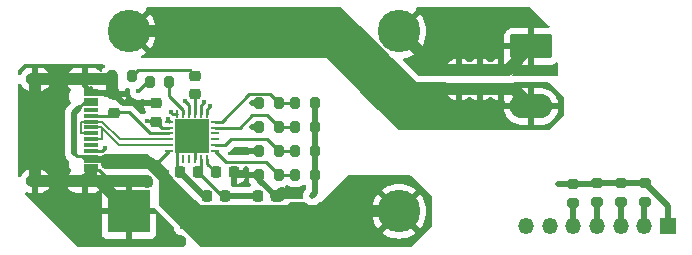
<source format=gtl>
%TF.GenerationSoftware,KiCad,Pcbnew,6.0.0*%
%TF.CreationDate,2021-12-30T08:36:23-05:00*%
%TF.ProjectId,usb_pd_sink_fixed,7573625f-7064-45f7-9369-6e6b5f666978,rev?*%
%TF.SameCoordinates,Original*%
%TF.FileFunction,Copper,L1,Top*%
%TF.FilePolarity,Positive*%
%FSLAX46Y46*%
G04 Gerber Fmt 4.6, Leading zero omitted, Abs format (unit mm)*
G04 Created by KiCad (PCBNEW 6.0.0) date 2021-12-30 08:36:23*
%MOMM*%
%LPD*%
G01*
G04 APERTURE LIST*
G04 Aperture macros list*
%AMRoundRect*
0 Rectangle with rounded corners*
0 $1 Rounding radius*
0 $2 $3 $4 $5 $6 $7 $8 $9 X,Y pos of 4 corners*
0 Add a 4 corners polygon primitive as box body*
4,1,4,$2,$3,$4,$5,$6,$7,$8,$9,$2,$3,0*
0 Add four circle primitives for the rounded corners*
1,1,$1+$1,$2,$3*
1,1,$1+$1,$4,$5*
1,1,$1+$1,$6,$7*
1,1,$1+$1,$8,$9*
0 Add four rect primitives between the rounded corners*
20,1,$1+$1,$2,$3,$4,$5,0*
20,1,$1+$1,$4,$5,$6,$7,0*
20,1,$1+$1,$6,$7,$8,$9,0*
20,1,$1+$1,$8,$9,$2,$3,0*%
G04 Aperture macros list end*
%TA.AperFunction,SMDPad,CuDef*%
%ADD10R,1.150000X0.300000*%
%TD*%
%TA.AperFunction,ComponentPad*%
%ADD11O,1.600000X1.000000*%
%TD*%
%TA.AperFunction,ComponentPad*%
%ADD12O,2.100000X1.000000*%
%TD*%
%TA.AperFunction,SMDPad,CuDef*%
%ADD13RoundRect,0.200000X-0.200000X-0.275000X0.200000X-0.275000X0.200000X0.275000X-0.200000X0.275000X0*%
%TD*%
%TA.AperFunction,SMDPad,CuDef*%
%ADD14RoundRect,0.200000X0.200000X0.275000X-0.200000X0.275000X-0.200000X-0.275000X0.200000X-0.275000X0*%
%TD*%
%TA.AperFunction,SMDPad,CuDef*%
%ADD15RoundRect,0.200000X-0.275000X0.200000X-0.275000X-0.200000X0.275000X-0.200000X0.275000X0.200000X0*%
%TD*%
%TA.AperFunction,SMDPad,CuDef*%
%ADD16RoundRect,0.225000X0.225000X0.250000X-0.225000X0.250000X-0.225000X-0.250000X0.225000X-0.250000X0*%
%TD*%
%TA.AperFunction,SMDPad,CuDef*%
%ADD17RoundRect,0.225000X-0.250000X0.225000X-0.250000X-0.225000X0.250000X-0.225000X0.250000X0.225000X0*%
%TD*%
%TA.AperFunction,SMDPad,CuDef*%
%ADD18RoundRect,0.218750X-0.256250X0.218750X-0.256250X-0.218750X0.256250X-0.218750X0.256250X0.218750X0*%
%TD*%
%TA.AperFunction,SMDPad,CuDef*%
%ADD19R,0.681065X0.239283*%
%TD*%
%TA.AperFunction,SMDPad,CuDef*%
%ADD20RoundRect,0.119642X0.220890X-0.000001X-0.220890X-0.000001X-0.220890X0.000001X0.220890X0.000001X0*%
%TD*%
%TA.AperFunction,SMDPad,CuDef*%
%ADD21RoundRect,0.119642X-0.000001X0.220890X0.000001X0.220890X0.000001X-0.220890X-0.000001X-0.220890X0*%
%TD*%
%TA.AperFunction,SMDPad,CuDef*%
%ADD22R,2.850000X2.850000*%
%TD*%
%TA.AperFunction,SMDPad,CuDef*%
%ADD23RoundRect,0.225000X-0.225000X-0.250000X0.225000X-0.250000X0.225000X0.250000X-0.225000X0.250000X0*%
%TD*%
%TA.AperFunction,SMDPad,CuDef*%
%ADD24RoundRect,0.225000X0.250000X-0.225000X0.250000X0.225000X-0.250000X0.225000X-0.250000X-0.225000X0*%
%TD*%
%TA.AperFunction,ComponentPad*%
%ADD25RoundRect,0.249999X-1.550001X0.790001X-1.550001X-0.790001X1.550001X-0.790001X1.550001X0.790001X0*%
%TD*%
%TA.AperFunction,ComponentPad*%
%ADD26O,3.600000X2.080000*%
%TD*%
%TA.AperFunction,ComponentPad*%
%ADD27R,3.600000X3.600000*%
%TD*%
%TA.AperFunction,ComponentPad*%
%ADD28C,3.600000*%
%TD*%
%TA.AperFunction,ComponentPad*%
%ADD29R,1.350000X1.350000*%
%TD*%
%TA.AperFunction,ComponentPad*%
%ADD30O,1.350000X1.350000*%
%TD*%
%TA.AperFunction,ViaPad*%
%ADD31C,0.400000*%
%TD*%
%TA.AperFunction,Conductor*%
%ADD32C,0.250000*%
%TD*%
%TA.AperFunction,Conductor*%
%ADD33C,0.500000*%
%TD*%
%TA.AperFunction,Conductor*%
%ADD34C,1.000000*%
%TD*%
%TA.AperFunction,Conductor*%
%ADD35C,0.200000*%
%TD*%
G04 APERTURE END LIST*
D10*
%TO.P,J1,A1,GND*%
%TO.N,GND*%
X57010000Y-75390000D03*
%TO.P,J1,A4,VBUS*%
%TO.N,VBUS_IN*%
X57010000Y-76190000D03*
%TO.P,J1,A5,CC1*%
%TO.N,CC1*%
X57010000Y-77490000D03*
%TO.P,J1,A6,D+*%
%TO.N,D+*%
X57010000Y-78490000D03*
%TO.P,J1,A7,D-*%
%TO.N,D-*%
X57010000Y-78990000D03*
%TO.P,J1,A8,SBU1*%
%TO.N,unconnected-(J1-PadA8)*%
X57010000Y-79990000D03*
%TO.P,J1,A9,VBUS*%
%TO.N,VBUS_IN*%
X57010000Y-81290000D03*
%TO.P,J1,A12,GND*%
%TO.N,GND*%
X57010000Y-82090000D03*
%TO.P,J1,B1,GND*%
X57010000Y-81790000D03*
%TO.P,J1,B4,VBUS*%
%TO.N,VBUS_IN*%
X57010000Y-80990000D03*
%TO.P,J1,B5,CC2*%
%TO.N,CC2*%
X57010000Y-80490000D03*
%TO.P,J1,B6,D+*%
%TO.N,D+*%
X57010000Y-79490000D03*
%TO.P,J1,B7,D-*%
%TO.N,D-*%
X57010000Y-77990000D03*
%TO.P,J1,B8,SBU2*%
%TO.N,unconnected-(J1-PadB8)*%
X57010000Y-76990000D03*
%TO.P,J1,B9,VBUS*%
%TO.N,VBUS_IN*%
X57010000Y-76490000D03*
%TO.P,J1,B12,GND*%
%TO.N,GND*%
X57010000Y-75690000D03*
D11*
%TO.P,J1,S1,SHIELD*%
X52265000Y-74420000D03*
D12*
X56445000Y-74420000D03*
D11*
X52265000Y-83060000D03*
D12*
X56445000Y-83060000D03*
%TD*%
D13*
%TO.P,R13,1*%
%TO.N,GND*%
X58802000Y-74168000D03*
%TO.P,R13,2*%
%TO.N,Net-(D1-Pad1)*%
X60452000Y-74168000D03*
%TD*%
D14*
%TO.P,R5,1*%
%TO.N,+3V3*%
X75946000Y-82550000D03*
%TO.P,R5,2*%
%TO.N,VBUS_MIN*%
X74296000Y-82550000D03*
%TD*%
%TO.P,R12,1*%
%TO.N,ISNK_FINE*%
X72898000Y-76454000D03*
%TO.P,R12,2*%
%TO.N,GND*%
X71248000Y-76454000D03*
%TD*%
D15*
%TO.P,R1,1*%
%TO.N,+3V3*%
X103886000Y-83186000D03*
%TO.P,R1,2*%
%TO.N,HPI_INT*%
X103886000Y-84836000D03*
%TD*%
D16*
%TO.P,C6,1*%
%TO.N,+3V3*%
X66066000Y-82296000D03*
%TO.P,C6,2*%
%TO.N,GND*%
X64516000Y-82296000D03*
%TD*%
D17*
%TO.P,C10,1*%
%TO.N,VBUS_OUT*%
X89916000Y-73647000D03*
%TO.P,C10,2*%
%TO.N,GND2*%
X89916000Y-75197000D03*
%TD*%
D14*
%TO.P,R10,1*%
%TO.N,ISNK_COURSE*%
X72898000Y-78486000D03*
%TO.P,R10,2*%
%TO.N,GND*%
X71248000Y-78486000D03*
%TD*%
D18*
%TO.P,D1,1,K*%
%TO.N,Net-(D1-Pad1)*%
X65786000Y-74117000D03*
%TO.P,D1,2,A*%
%TO.N,Net-(D1-Pad2)*%
X65786000Y-75692000D03*
%TD*%
D17*
%TO.P,C8,1*%
%TO.N,VBUS_OUT*%
X88138000Y-73647000D03*
%TO.P,C8,2*%
%TO.N,GND2*%
X88138000Y-75197000D03*
%TD*%
%TO.P,C4,1*%
%TO.N,VBUS_IN*%
X58674000Y-81521000D03*
%TO.P,C4,2*%
%TO.N,GND*%
X58674000Y-83071000D03*
%TD*%
D15*
%TO.P,R4,1*%
%TO.N,+3V3*%
X97790000Y-83249000D03*
%TO.P,R4,2*%
%TO.N,HPI_SDA*%
X97790000Y-84899000D03*
%TD*%
D19*
%TO.P,U1,1,VBUS_MIN*%
%TO.N,VBUS_MIN*%
X67447532Y-80498000D03*
D20*
%TO.P,U1,2,VBUS_MAX*%
%TO.N,VBUS_MAX*%
X67447532Y-79998000D03*
%TO.P,U1,3,VBUS_FET_EN*%
%TO.N,unconnected-(U1-Pad3)*%
X67447532Y-79498000D03*
%TO.P,U1,4,SAFE_PWR_EN*%
%TO.N,unconnected-(U1-Pad4)*%
X67447532Y-78997999D03*
%TO.P,U1,5,ISNK_COARSE*%
%TO.N,ISNK_COURSE*%
X67447532Y-78497999D03*
%TO.P,U1,6,ISNK_FINE*%
%TO.N,ISNK_FINE*%
X67447532Y-77997999D03*
D21*
%TO.P,U1,7,~{HPI_INT}*%
%TO.N,HPI_INT*%
X66782000Y-77332467D03*
%TO.P,U1,8,GPIO_1*%
%TO.N,GPIO_1*%
X66282000Y-77332467D03*
%TO.P,U1,9,FAULT*%
%TO.N,Net-(D1-Pad2)*%
X65782000Y-77332467D03*
%TO.P,U1,10,FLIP*%
%TO.N,FLIP*%
X65281999Y-77332467D03*
%TO.P,U1,11,VDC_OUT*%
%TO.N,Net-(R14-Pad1)*%
X64781999Y-77332467D03*
%TO.P,U1,12,HPI_SDA*%
%TO.N,HPI_SDA*%
X64281999Y-77332467D03*
D20*
%TO.P,U1,13,HPI_SCL*%
%TO.N,HPI_SCL*%
X63616467Y-77997999D03*
%TO.P,U1,14,CC2*%
%TO.N,CC2*%
X63616467Y-78497999D03*
%TO.P,U1,15,CC1*%
%TO.N,CC1*%
X63616467Y-78997999D03*
%TO.P,U1,16,D-*%
%TO.N,D-*%
X63616467Y-79498000D03*
%TO.P,U1,17,D+*%
%TO.N,D+*%
X63616467Y-79998000D03*
%TO.P,U1,18,VBUS_IN*%
%TO.N,VBUS_IN*%
X63616467Y-80498000D03*
D21*
%TO.P,U1,19,GND*%
%TO.N,GND*%
X64281999Y-81163532D03*
%TO.P,U1,20,NC*%
%TO.N,unconnected-(U1-Pad20)*%
X64781999Y-81163532D03*
%TO.P,U1,21,NC*%
%TO.N,unconnected-(U1-Pad21)*%
X65281999Y-81163532D03*
%TO.P,U1,22,GND*%
%TO.N,GND*%
X65782000Y-81163532D03*
%TO.P,U1,23,VDDD*%
%TO.N,+3V3*%
X66282000Y-81163532D03*
%TO.P,U1,24,VCCD*%
%TO.N,+1V8*%
X66782000Y-81163532D03*
D22*
%TO.P,U1,25,EPAD*%
%TO.N,GND*%
X65532000Y-79248000D03*
%TD*%
D17*
%TO.P,C11,1*%
%TO.N,VBUS_OUT*%
X91694000Y-73647000D03*
%TO.P,C11,2*%
%TO.N,GND2*%
X91694000Y-75197000D03*
%TD*%
D14*
%TO.P,R11,1*%
%TO.N,+3V3*%
X75946000Y-76454000D03*
%TO.P,R11,2*%
%TO.N,ISNK_FINE*%
X74296000Y-76454000D03*
%TD*%
%TO.P,R9,1*%
%TO.N,+3V3*%
X75946000Y-78486000D03*
%TO.P,R9,2*%
%TO.N,ISNK_COURSE*%
X74296000Y-78486000D03*
%TD*%
D16*
%TO.P,C7,1*%
%TO.N,+3V3*%
X68326000Y-84328000D03*
%TO.P,C7,2*%
%TO.N,GND*%
X66776000Y-84328000D03*
%TD*%
D14*
%TO.P,R14,1*%
%TO.N,Net-(R14-Pad1)*%
X63626000Y-74676000D03*
%TO.P,R14,2*%
%TO.N,VBUS_IN*%
X61976000Y-74676000D03*
%TD*%
%TO.P,R7,1*%
%TO.N,+3V3*%
X75946000Y-80518000D03*
%TO.P,R7,2*%
%TO.N,VBUS_MAX*%
X74296000Y-80518000D03*
%TD*%
%TO.P,R8,1*%
%TO.N,VBUS_MAX*%
X72898000Y-80518000D03*
%TO.P,R8,2*%
%TO.N,GND*%
X71248000Y-80518000D03*
%TD*%
D23*
%TO.P,C2,1*%
%TO.N,+1V8*%
X67538000Y-82296000D03*
%TO.P,C2,2*%
%TO.N,GND*%
X69088000Y-82296000D03*
%TD*%
D15*
%TO.P,R2,1*%
%TO.N,+3V3*%
X101854000Y-83186000D03*
%TO.P,R2,2*%
%TO.N,GPIO_1*%
X101854000Y-84836000D03*
%TD*%
D17*
%TO.P,C3,1*%
%TO.N,VBUS_IN*%
X60198000Y-81534000D03*
%TO.P,C3,2*%
%TO.N,GND*%
X60198000Y-83084000D03*
%TD*%
D24*
%TO.P,C12,1*%
%TO.N,CC2*%
X62484000Y-78004000D03*
%TO.P,C12,2*%
%TO.N,GND*%
X62484000Y-76454000D03*
%TD*%
D17*
%TO.P,C1,1*%
%TO.N,VBUS_IN*%
X61722000Y-81521000D03*
%TO.P,C1,2*%
%TO.N,GND*%
X61722000Y-83071000D03*
%TD*%
D23*
%TO.P,C5,1*%
%TO.N,+3V3*%
X71094000Y-84328000D03*
%TO.P,C5,2*%
%TO.N,GND*%
X72644000Y-84328000D03*
%TD*%
D24*
%TO.P,C9,1*%
%TO.N,CC1*%
X58928000Y-77242000D03*
%TO.P,C9,2*%
%TO.N,GND*%
X58928000Y-75692000D03*
%TD*%
D15*
%TO.P,R3,1*%
%TO.N,+3V3*%
X99822000Y-83186000D03*
%TO.P,R3,2*%
%TO.N,FLIP*%
X99822000Y-84836000D03*
%TD*%
D14*
%TO.P,R6,1*%
%TO.N,VBUS_MIN*%
X72898000Y-82550000D03*
%TO.P,R6,2*%
%TO.N,GND*%
X71248000Y-82550000D03*
%TD*%
D25*
%TO.P,J2,1,Pin_1*%
%TO.N,VBUS_OUT*%
X94266500Y-71628000D03*
D26*
%TO.P,J2,2,Pin_2*%
%TO.N,GND2*%
X94266500Y-76708000D03*
%TD*%
D27*
%TO.P,T1,1,AA*%
%TO.N,GND*%
X60198000Y-85593000D03*
D28*
%TO.P,T1,2,AB*%
%TO.N,GND2*%
X60198000Y-70353000D03*
%TO.P,T1,3,SA*%
%TO.N,VBUS_OUT*%
X83058000Y-70353000D03*
%TO.P,T1,4,SB*%
%TO.N,VBUS_IN*%
X83058000Y-85593000D03*
%TD*%
D29*
%TO.P,J3,1,Pin_1*%
%TO.N,+3V3*%
X105822000Y-86868000D03*
D30*
%TO.P,J3,2,Pin_2*%
%TO.N,HPI_INT*%
X103822000Y-86868000D03*
%TO.P,J3,3,Pin_3*%
%TO.N,GPIO_1*%
X101822000Y-86868000D03*
%TO.P,J3,4,Pin_4*%
%TO.N,FLIP*%
X99822000Y-86868000D03*
%TO.P,J3,5,Pin_5*%
%TO.N,HPI_SDA*%
X97822000Y-86868000D03*
%TO.P,J3,6,Pin_6*%
%TO.N,HPI_SCL*%
X95822000Y-86868000D03*
%TO.P,J3,7,Pin_7*%
%TO.N,GND*%
X93822000Y-86868000D03*
%TD*%
D31*
%TO.N,VBUS_IN*%
X63516500Y-83062266D03*
X55510987Y-77273286D03*
X64892734Y-84459266D03*
X60960000Y-75438000D03*
X64716264Y-86921737D03*
%TO.N,GND*%
X65532000Y-79248000D03*
X70612000Y-76454000D03*
X70104000Y-82025500D03*
X73152000Y-84074000D03*
X65532000Y-79248000D03*
X70612000Y-78486000D03*
X65532000Y-78486000D03*
X70612000Y-80518000D03*
X65532000Y-79248000D03*
%TO.N,+3V3*%
X96520000Y-83312000D03*
X75692000Y-84328000D03*
X69596000Y-84328000D03*
%TO.N,CC2*%
X61722000Y-77978000D03*
X58166000Y-80264000D03*
%TO.N,HPI_INT*%
X67056000Y-76708000D03*
%TO.N,GPIO_1*%
X66562797Y-76367185D03*
%TO.N,FLIP*%
X64978873Y-76251498D03*
%TO.N,HPI_SDA*%
X63754000Y-77216000D03*
%TO.N,HPI_SCL*%
X63485894Y-77752211D03*
%TD*%
D32*
%TO.N,VBUS_IN*%
X57010000Y-81290000D02*
X58443000Y-81290000D01*
D33*
X58034511Y-81190489D02*
X58343489Y-81190489D01*
D32*
X58443000Y-81290000D02*
X58674000Y-81521000D01*
X57010000Y-76190000D02*
X56594273Y-76190000D01*
D33*
X58057747Y-81642253D02*
X58057747Y-81213725D01*
X55510987Y-77273286D02*
X55510987Y-80656987D01*
D32*
X61976000Y-74676000D02*
X61722000Y-74676000D01*
D34*
X61722000Y-81521000D02*
X60211000Y-81521000D01*
D33*
X58203494Y-81788000D02*
X58057747Y-81642253D01*
D32*
X62593467Y-81521000D02*
X63616467Y-80498000D01*
D34*
X61954468Y-81521000D02*
X64892734Y-84459266D01*
D32*
X61722000Y-81521000D02*
X62593467Y-81521000D01*
X57010000Y-80990000D02*
X58143000Y-80990000D01*
X57884022Y-80990000D02*
X57010000Y-80990000D01*
D33*
X55510987Y-77273286D02*
X55510988Y-77273286D01*
X61722000Y-81026000D02*
X58199000Y-81026000D01*
D32*
X61722000Y-74676000D02*
X60960000Y-75438000D01*
X63516500Y-83062266D02*
X63516500Y-83083032D01*
D34*
X60211000Y-81521000D02*
X60198000Y-81534000D01*
D32*
X55784479Y-80930479D02*
X56234752Y-80930479D01*
D33*
X58674000Y-81521000D02*
X58407000Y-81788000D01*
D34*
X66026468Y-85593000D02*
X83058000Y-85593000D01*
D32*
X58143000Y-80990000D02*
X58674000Y-81521000D01*
D33*
X58407000Y-81788000D02*
X58203494Y-81788000D01*
D34*
X58687000Y-81534000D02*
X58674000Y-81521000D01*
X61722000Y-81521000D02*
X61954468Y-81521000D01*
D33*
X58343489Y-81190489D02*
X58674000Y-81521000D01*
D34*
X64892734Y-84459266D02*
X66026468Y-85593000D01*
D33*
X55510988Y-77273286D02*
X55978137Y-76806137D01*
D32*
X56594273Y-81290000D02*
X57010000Y-81290000D01*
X56234752Y-80930479D02*
X56594273Y-81290000D01*
X64716264Y-84635736D02*
X64716264Y-86921737D01*
X56594273Y-76190000D02*
X55978137Y-76806137D01*
X64892734Y-84459266D02*
X64716264Y-84635736D01*
D34*
X60198000Y-81534000D02*
X58687000Y-81534000D01*
D33*
X58057747Y-81213725D02*
X58034511Y-81190489D01*
X58199000Y-81026000D02*
X58034511Y-81190489D01*
D34*
X61975234Y-81521000D02*
X63516500Y-83062266D01*
D33*
X58343489Y-81190489D02*
X57010000Y-81190489D01*
D32*
X63516500Y-83083032D02*
X64892734Y-84459266D01*
D33*
X61722000Y-81521000D02*
X61722000Y-81026000D01*
D32*
X55510987Y-80656987D02*
X55784479Y-80930479D01*
D34*
X61722000Y-81521000D02*
X61975234Y-81521000D01*
D33*
%TO.N,GND*%
X57010000Y-82495000D02*
X56445000Y-83060000D01*
X58663000Y-83060000D02*
X58674000Y-83071000D01*
D34*
X57010000Y-82495000D02*
X57010000Y-82140009D01*
D32*
X65782000Y-79498000D02*
X65532000Y-79248000D01*
D33*
X57010000Y-82090000D02*
X57010000Y-82495000D01*
D34*
X56445000Y-74420000D02*
X52265000Y-74420000D01*
D33*
X60185000Y-83071000D02*
X60198000Y-83084000D01*
D34*
X58550000Y-74420000D02*
X58802000Y-74168000D01*
D33*
X64516000Y-82296000D02*
X66548000Y-84328000D01*
X71248000Y-80518000D02*
X70612000Y-80518000D01*
D32*
X64281999Y-80498001D02*
X65532000Y-79248000D01*
D34*
X58802000Y-75566000D02*
X58928000Y-75692000D01*
D33*
X70104000Y-82025500D02*
X70104000Y-82550000D01*
D34*
X56445000Y-83060000D02*
X57665000Y-83060000D01*
D33*
X60198000Y-83084000D02*
X61709000Y-83084000D01*
X61709000Y-83084000D02*
X61722000Y-83071000D01*
X69342000Y-82550000D02*
X69088000Y-82296000D01*
D34*
X57665000Y-83060000D02*
X60198000Y-85593000D01*
D33*
X62484000Y-76454000D02*
X59690000Y-76454000D01*
D34*
X61711000Y-83060000D02*
X61722000Y-83071000D01*
X58802000Y-74168000D02*
X58802000Y-75566000D01*
D33*
X58826489Y-75590489D02*
X57010000Y-75590489D01*
D32*
X57693000Y-82090000D02*
X58674000Y-83071000D01*
D34*
X56445000Y-83060000D02*
X52265000Y-83060000D01*
D33*
X66548000Y-84328000D02*
X66776000Y-84328000D01*
D32*
X64281999Y-82061999D02*
X64516000Y-82296000D01*
D33*
X71248000Y-76454000D02*
X70612000Y-76454000D01*
D32*
X56445000Y-74420000D02*
X56445000Y-74825000D01*
D33*
X70104000Y-82550000D02*
X69342000Y-82550000D01*
X56445000Y-83060000D02*
X58663000Y-83060000D01*
X71248000Y-78486000D02*
X70612000Y-78486000D01*
D32*
X64281999Y-81163532D02*
X64281999Y-80498001D01*
D33*
X58928000Y-75692000D02*
X58826489Y-75590489D01*
X59690000Y-76454000D02*
X58928000Y-75692000D01*
D32*
X65782000Y-81163532D02*
X65782000Y-79498000D01*
X57010000Y-82090000D02*
X57693000Y-82090000D01*
D34*
X72898000Y-84328000D02*
X73152000Y-84074000D01*
D32*
X64281999Y-81163532D02*
X64281999Y-82061999D01*
X56445000Y-74825000D02*
X57010000Y-75390000D01*
D33*
X71248000Y-82550000D02*
X71248000Y-82932000D01*
X58674000Y-83071000D02*
X60185000Y-83071000D01*
X71248000Y-82932000D02*
X72644000Y-84328000D01*
D34*
X72644000Y-84328000D02*
X72898000Y-84328000D01*
X56445000Y-83060000D02*
X61711000Y-83060000D01*
X56445000Y-74420000D02*
X58550000Y-74420000D01*
X52265000Y-74420000D02*
X52265000Y-83060000D01*
D33*
X71248000Y-82550000D02*
X70104000Y-82550000D01*
D32*
%TO.N,+1V8*%
X66782000Y-81540000D02*
X67538000Y-82296000D01*
X66782000Y-81163532D02*
X66782000Y-81540000D01*
D33*
%TO.N,+3V3*%
X99822000Y-83186000D02*
X99759000Y-83249000D01*
D32*
X66282000Y-81163532D02*
X66282000Y-82080000D01*
D33*
X75946000Y-80518000D02*
X75946000Y-82550000D01*
X71094000Y-84328000D02*
X68326000Y-84328000D01*
X97727000Y-83312000D02*
X97790000Y-83249000D01*
X75946000Y-84074000D02*
X75692000Y-84328000D01*
X75946000Y-78486000D02*
X75946000Y-80518000D01*
X105822000Y-85122000D02*
X105822000Y-86868000D01*
X97790000Y-83249000D02*
X99759000Y-83249000D01*
X75946000Y-76454000D02*
X75946000Y-78486000D01*
X99822000Y-83186000D02*
X101854000Y-83186000D01*
X75946000Y-82550000D02*
X75946000Y-84074000D01*
D32*
X66066000Y-82296000D02*
X68098000Y-84328000D01*
X66282000Y-82080000D02*
X66066000Y-82296000D01*
X68098000Y-84328000D02*
X68326000Y-84328000D01*
D33*
X96520000Y-83312000D02*
X97727000Y-83312000D01*
X101854000Y-83186000D02*
X103886000Y-83186000D01*
X103886000Y-83186000D02*
X105822000Y-85122000D01*
D34*
%TO.N,VBUS_OUT*%
X92247500Y-73647000D02*
X94266500Y-71628000D01*
X88125000Y-73660000D02*
X88138000Y-73647000D01*
X89916000Y-73647000D02*
X91694000Y-73647000D01*
X83058000Y-70353000D02*
X86365000Y-73660000D01*
X88138000Y-73647000D02*
X89916000Y-73647000D01*
X91694000Y-73647000D02*
X92247500Y-73647000D01*
X86365000Y-73660000D02*
X88125000Y-73660000D01*
%TO.N,GND2*%
X91694000Y-75197000D02*
X92755500Y-75197000D01*
X79523157Y-70353000D02*
X84367157Y-75197000D01*
X89916000Y-75197000D02*
X91694000Y-75197000D01*
X89916000Y-75197000D02*
X88138000Y-75197000D01*
X84367157Y-75197000D02*
X88138000Y-75197000D01*
X60198000Y-70353000D02*
X79523157Y-70353000D01*
X92755500Y-75197000D02*
X94266500Y-76708000D01*
D32*
%TO.N,CC1*%
X61979999Y-78997999D02*
X60198000Y-77216000D01*
X57010000Y-77490000D02*
X58680000Y-77490000D01*
X63616467Y-78997999D02*
X61979999Y-78997999D01*
X60198000Y-77216000D02*
X58954000Y-77216000D01*
X58680000Y-77490000D02*
X58928000Y-77242000D01*
X58954000Y-77216000D02*
X58928000Y-77242000D01*
%TO.N,CC2*%
X57940000Y-80490000D02*
X58166000Y-80264000D01*
X57010000Y-80490000D02*
X57940000Y-80490000D01*
X63616467Y-78497999D02*
X62977999Y-78497999D01*
X61722000Y-77978000D02*
X62458000Y-77978000D01*
X62458000Y-77978000D02*
X62484000Y-78004000D01*
X62977999Y-78497999D02*
X62484000Y-78004000D01*
X57010000Y-80490000D02*
X56984511Y-80464511D01*
%TO.N,Net-(D1-Pad1)*%
X60452000Y-74168000D02*
X60960000Y-73660000D01*
X65329000Y-73660000D02*
X65786000Y-74117000D01*
X60960000Y-73660000D02*
X65329000Y-73660000D01*
%TO.N,Net-(D1-Pad2)*%
X65782000Y-77332467D02*
X65782000Y-75696000D01*
X65782000Y-75696000D02*
X65786000Y-75692000D01*
D35*
%TO.N,D+*%
X57834022Y-78490000D02*
X57010000Y-78490000D01*
X57884511Y-79439511D02*
X57884511Y-78540489D01*
X63616467Y-79998000D02*
X59342022Y-79998000D01*
X59342022Y-79998000D02*
X57834022Y-78490000D01*
X57884511Y-78540489D02*
X57834022Y-78490000D01*
X57010000Y-79490000D02*
X57834022Y-79490000D01*
X57834022Y-79490000D02*
X57884511Y-79439511D01*
%TO.N,D-*%
X56135489Y-78939511D02*
X56135489Y-78040489D01*
X56135489Y-78040489D02*
X56185978Y-77990000D01*
X56185978Y-78990000D02*
X56135489Y-78939511D01*
X56185978Y-77990000D02*
X57010000Y-77990000D01*
X63616467Y-79498000D02*
X59407028Y-79498000D01*
X57010000Y-78990000D02*
X56185978Y-78990000D01*
X57899028Y-77990000D02*
X57010000Y-77990000D01*
X59407028Y-79498000D02*
X57899028Y-77990000D01*
D32*
%TO.N,HPI_INT*%
X66782000Y-77332467D02*
X66782000Y-76982000D01*
D33*
X103822000Y-86868000D02*
X103822000Y-84900000D01*
D32*
X66782000Y-76982000D02*
X67056000Y-76708000D01*
D33*
X103822000Y-84900000D02*
X103886000Y-84836000D01*
D32*
%TO.N,GPIO_1*%
X66282000Y-77332467D02*
X66282000Y-76647982D01*
X66282000Y-76647982D02*
X66562797Y-76367185D01*
D33*
X101822000Y-86868000D02*
X101822000Y-84868000D01*
X101822000Y-84868000D02*
X101854000Y-84836000D01*
D32*
%TO.N,FLIP*%
X65281999Y-76554624D02*
X64978873Y-76251498D01*
X65281999Y-77332467D02*
X65281999Y-76554624D01*
D33*
X99822000Y-86868000D02*
X99822000Y-84836000D01*
%TO.N,HPI_SDA*%
X97822000Y-84931000D02*
X97790000Y-84899000D01*
X97822000Y-86868000D02*
X97822000Y-84931000D01*
D32*
X63870467Y-77332467D02*
X63754000Y-77216000D01*
X64281999Y-77332467D02*
X63870467Y-77332467D01*
%TO.N,HPI_SCL*%
X63616467Y-77882784D02*
X63485894Y-77752211D01*
X63616467Y-77997999D02*
X63616467Y-77882784D01*
%TO.N,VBUS_MIN*%
X72898000Y-82550000D02*
X71798980Y-81450980D01*
X68400512Y-81450980D02*
X67447532Y-80498000D01*
X71798980Y-81450980D02*
X68400512Y-81450980D01*
X74296000Y-82550000D02*
X72898000Y-82550000D01*
%TO.N,VBUS_MAX*%
X68834000Y-79502000D02*
X68338000Y-79998000D01*
X74296000Y-80518000D02*
X72898000Y-80518000D01*
X72898000Y-80518000D02*
X71882000Y-79502000D01*
X68338000Y-79998000D02*
X67447532Y-79998000D01*
X71882000Y-79502000D02*
X68834000Y-79502000D01*
%TO.N,ISNK_COURSE*%
X69584001Y-78497999D02*
X67447532Y-78497999D01*
X74296000Y-78486000D02*
X72898000Y-78486000D01*
X71882000Y-77470000D02*
X70612000Y-77470000D01*
X70612000Y-77470000D02*
X69584001Y-78497999D01*
X72898000Y-78486000D02*
X71882000Y-77470000D01*
%TO.N,ISNK_FINE*%
X68052001Y-77997999D02*
X67447532Y-77997999D01*
X72898000Y-76454000D02*
X72098480Y-75654480D01*
X72098480Y-75654480D02*
X70395520Y-75654480D01*
X74296000Y-76454000D02*
X72898000Y-76454000D01*
X70395520Y-75654480D02*
X68052001Y-77997999D01*
%TO.N,Net-(R14-Pad1)*%
X64781999Y-76983439D02*
X63626000Y-75827440D01*
X63626000Y-75827440D02*
X63626000Y-74676000D01*
X64781999Y-77332467D02*
X64781999Y-76983439D01*
%TD*%
%TA.AperFunction,Conductor*%
%TO.N,GND*%
G36*
X58105619Y-73172002D02*
G01*
X58152112Y-73225658D01*
X58162216Y-73295932D01*
X58132722Y-73360512D01*
X58126593Y-73367095D01*
X58046131Y-73447557D01*
X58036824Y-73459426D01*
X57955921Y-73593012D01*
X57949715Y-73606757D01*
X57931631Y-73664465D01*
X57892174Y-73723487D01*
X57827070Y-73751807D01*
X57756991Y-73740434D01*
X57721375Y-73714945D01*
X57713955Y-73707368D01*
X57571961Y-73588222D01*
X57561841Y-73581292D01*
X57399415Y-73491998D01*
X57388142Y-73487166D01*
X57211462Y-73431120D01*
X57199468Y-73428570D01*
X57055239Y-73412393D01*
X57048215Y-73412000D01*
X56717115Y-73412000D01*
X56701876Y-73416475D01*
X56700671Y-73417865D01*
X56699000Y-73425548D01*
X56699000Y-74147885D01*
X56703475Y-74163124D01*
X56704865Y-74164329D01*
X56712548Y-74166000D01*
X57835885Y-74166000D01*
X57851124Y-74161525D01*
X57852329Y-74160135D01*
X57854000Y-74152452D01*
X57854000Y-74040000D01*
X57874002Y-73971879D01*
X57927658Y-73925386D01*
X57980000Y-73914000D01*
X58930000Y-73914000D01*
X58998121Y-73934002D01*
X59044614Y-73987658D01*
X59056000Y-74040000D01*
X59056000Y-74675885D01*
X59060475Y-74691124D01*
X59061865Y-74692329D01*
X59082783Y-74696879D01*
X59145095Y-74730904D01*
X59179120Y-74793216D01*
X59182000Y-74820000D01*
X59182000Y-75419885D01*
X59186475Y-75435124D01*
X59187865Y-75436329D01*
X59195548Y-75438000D01*
X59892885Y-75438000D01*
X59908124Y-75433525D01*
X59909329Y-75432135D01*
X59911000Y-75424452D01*
X59911000Y-75421562D01*
X59910663Y-75415047D01*
X59901106Y-75322943D01*
X59898211Y-75309541D01*
X59888701Y-75281034D01*
X59886117Y-75210085D01*
X59922301Y-75149001D01*
X59985766Y-75117177D01*
X60045903Y-75120925D01*
X60121938Y-75144753D01*
X60151525Y-75147472D01*
X60217526Y-75173621D01*
X60258916Y-75231305D01*
X60264916Y-75289388D01*
X60247440Y-75422135D01*
X60246335Y-75430526D01*
X60255744Y-75515750D01*
X60263240Y-75583644D01*
X60265153Y-75600975D01*
X60267762Y-75608106D01*
X60267763Y-75608108D01*
X60283683Y-75651611D01*
X60324085Y-75762015D01*
X60328322Y-75768321D01*
X60328324Y-75768324D01*
X60372621Y-75834244D01*
X60419730Y-75904349D01*
X60483147Y-75962054D01*
X60499830Y-75977234D01*
X60546565Y-76019760D01*
X60697268Y-76101585D01*
X60863139Y-76145101D01*
X60950586Y-76146474D01*
X61027003Y-76147675D01*
X61027006Y-76147675D01*
X61034602Y-76147794D01*
X61042006Y-76146098D01*
X61042008Y-76146098D01*
X61125411Y-76126996D01*
X61201759Y-76109510D01*
X61224720Y-76097962D01*
X61319514Y-76050286D01*
X61389359Y-76037548D01*
X61455003Y-76064592D01*
X61495604Y-76122833D01*
X61501268Y-76173871D01*
X61501492Y-76173882D01*
X61501422Y-76175259D01*
X61501471Y-76175704D01*
X61501327Y-76177105D01*
X61501071Y-76182126D01*
X61505475Y-76197124D01*
X61506865Y-76198329D01*
X61514548Y-76200000D01*
X62612000Y-76200000D01*
X62680121Y-76220002D01*
X62726614Y-76273658D01*
X62738000Y-76326000D01*
X62738000Y-76582000D01*
X62717998Y-76650121D01*
X62664342Y-76696614D01*
X62612000Y-76708000D01*
X61519115Y-76708000D01*
X61503876Y-76712475D01*
X61502671Y-76713865D01*
X61501000Y-76721548D01*
X61501000Y-76724438D01*
X61501337Y-76730953D01*
X61510894Y-76823057D01*
X61513788Y-76836456D01*
X61563381Y-76985107D01*
X61569555Y-76998285D01*
X61632853Y-77100574D01*
X61651691Y-77169026D01*
X61630530Y-77236795D01*
X61576089Y-77282367D01*
X61555123Y-77289396D01*
X61473223Y-77309058D01*
X61466481Y-77312538D01*
X61466475Y-77312540D01*
X61366209Y-77364291D01*
X61296502Y-77377760D01*
X61230579Y-77351404D01*
X61219325Y-77341420D01*
X60701652Y-76823747D01*
X60694112Y-76815461D01*
X60690000Y-76808982D01*
X60640348Y-76762356D01*
X60637507Y-76759602D01*
X60617770Y-76739865D01*
X60614573Y-76737385D01*
X60605551Y-76729680D01*
X60595623Y-76720357D01*
X60573321Y-76699414D01*
X60566375Y-76695595D01*
X60566372Y-76695593D01*
X60555566Y-76689652D01*
X60539047Y-76678801D01*
X60533824Y-76674750D01*
X60523041Y-76666386D01*
X60515772Y-76663241D01*
X60515768Y-76663238D01*
X60482463Y-76648826D01*
X60471813Y-76643609D01*
X60433060Y-76622305D01*
X60413437Y-76617267D01*
X60394734Y-76610863D01*
X60383420Y-76605967D01*
X60383419Y-76605967D01*
X60376145Y-76602819D01*
X60368322Y-76601580D01*
X60368312Y-76601577D01*
X60332476Y-76595901D01*
X60320856Y-76593495D01*
X60285711Y-76584472D01*
X60285710Y-76584472D01*
X60278030Y-76582500D01*
X60257776Y-76582500D01*
X60238065Y-76580949D01*
X60225886Y-76579020D01*
X60218057Y-76577780D01*
X60210165Y-76578526D01*
X60174039Y-76581941D01*
X60162181Y-76582500D01*
X59851786Y-76582500D01*
X59783665Y-76562498D01*
X59737172Y-76508842D01*
X59727068Y-76438568D01*
X59752906Y-76378406D01*
X59760997Y-76368162D01*
X59843004Y-76235120D01*
X59849151Y-76221939D01*
X59898491Y-76073186D01*
X59901358Y-76059810D01*
X59910672Y-75968903D01*
X59910929Y-75963874D01*
X59906525Y-75948876D01*
X59905135Y-75947671D01*
X59897452Y-75946000D01*
X58180189Y-75946000D01*
X58112068Y-75925998D01*
X58065575Y-75872342D01*
X58062207Y-75864229D01*
X58038768Y-75801705D01*
X58038767Y-75801704D01*
X58035615Y-75793295D01*
X57948261Y-75676739D01*
X57941081Y-75671358D01*
X57934731Y-75665008D01*
X57937322Y-75662417D01*
X57905220Y-75619531D01*
X57900156Y-75548720D01*
X57902658Y-75537218D01*
X57936683Y-75474905D01*
X57998995Y-75440880D01*
X58025779Y-75438000D01*
X58655885Y-75438000D01*
X58671124Y-75433525D01*
X58672329Y-75432135D01*
X58674000Y-75424452D01*
X58674000Y-75209115D01*
X58669525Y-75193876D01*
X58668135Y-75192671D01*
X58647217Y-75188121D01*
X58584905Y-75154096D01*
X58550880Y-75091784D01*
X58548000Y-75065000D01*
X58548000Y-74440115D01*
X58543525Y-74424876D01*
X58542135Y-74423671D01*
X58534452Y-74422000D01*
X58061115Y-74422000D01*
X58045876Y-74426475D01*
X58044671Y-74427865D01*
X58043000Y-74435548D01*
X58043000Y-74548000D01*
X58022998Y-74616121D01*
X57969342Y-74662614D01*
X57917000Y-74674000D01*
X56717115Y-74674000D01*
X56701876Y-74678475D01*
X56700671Y-74679865D01*
X56699000Y-74687548D01*
X56699000Y-75122321D01*
X56678998Y-75190442D01*
X56625342Y-75236935D01*
X56555068Y-75247039D01*
X56496471Y-75222417D01*
X56384743Y-75136994D01*
X56384739Y-75136991D01*
X56379322Y-75132850D01*
X56263750Y-75078958D01*
X56210465Y-75032041D01*
X56191000Y-74964763D01*
X56191000Y-74692115D01*
X56186525Y-74676876D01*
X56185135Y-74675671D01*
X56177452Y-74674000D01*
X54937076Y-74674000D01*
X54923545Y-74677973D01*
X54922425Y-74685768D01*
X54954138Y-74793521D01*
X54958731Y-74804889D01*
X55044607Y-74969154D01*
X55051321Y-74979415D01*
X55167468Y-75123873D01*
X55176046Y-75132632D01*
X55247215Y-75192350D01*
X55286542Y-75251459D01*
X55287668Y-75322447D01*
X55270436Y-75359695D01*
X55227417Y-75422995D01*
X55204723Y-75456388D01*
X55137470Y-75624534D01*
X55136356Y-75631262D01*
X55136355Y-75631266D01*
X55111429Y-75781830D01*
X55107892Y-75803198D01*
X55108249Y-75810015D01*
X55108249Y-75810019D01*
X55114521Y-75929684D01*
X55117370Y-75984047D01*
X55119181Y-75990620D01*
X55119181Y-75990623D01*
X55158965Y-76135057D01*
X55165461Y-76158641D01*
X55168645Y-76164680D01*
X55239657Y-76299366D01*
X55249922Y-76318836D01*
X55250579Y-76319614D01*
X55271418Y-76385149D01*
X55252937Y-76453698D01*
X55234544Y-76477049D01*
X55036843Y-76674750D01*
X55028569Y-76682319D01*
X55027256Y-76683417D01*
X55021135Y-76687430D01*
X55016102Y-76692743D01*
X55014603Y-76694325D01*
X54997821Y-76709147D01*
X54990169Y-76714778D01*
X54968856Y-76739865D01*
X54955946Y-76755061D01*
X54949016Y-76762577D01*
X54943328Y-76768265D01*
X54940576Y-76771743D01*
X54933242Y-76780211D01*
X54899497Y-76815833D01*
X54895823Y-76822158D01*
X54895814Y-76822170D01*
X54894720Y-76824054D01*
X54881802Y-76842333D01*
X54880396Y-76843989D01*
X54875654Y-76849571D01*
X54872327Y-76856087D01*
X54868975Y-76861112D01*
X54865791Y-76866267D01*
X54861254Y-76872002D01*
X54858157Y-76878628D01*
X54858156Y-76878630D01*
X54840490Y-76916429D01*
X54835302Y-76926352D01*
X54810661Y-76968776D01*
X54808540Y-76975780D01*
X54808538Y-76975784D01*
X54807909Y-76977861D01*
X54799536Y-76998637D01*
X54795218Y-77007094D01*
X54793477Y-77014209D01*
X54791383Y-77019840D01*
X54789465Y-77025606D01*
X54786366Y-77032236D01*
X54784876Y-77039398D01*
X54784876Y-77039399D01*
X54776381Y-77080241D01*
X54773613Y-77091098D01*
X54759392Y-77138053D01*
X54758817Y-77147327D01*
X54758804Y-77147532D01*
X54755436Y-77169669D01*
X54754513Y-77173440D01*
X54754511Y-77173452D01*
X54753179Y-77178896D01*
X54752487Y-77190050D01*
X54752453Y-77190048D01*
X54752211Y-77194056D01*
X54751838Y-77198238D01*
X54750348Y-77205401D01*
X54750546Y-77212716D01*
X54751673Y-77254412D01*
X54751477Y-77265617D01*
X54748893Y-77307272D01*
X54748893Y-77307277D01*
X54748440Y-77314584D01*
X54749680Y-77321800D01*
X54750667Y-77327543D01*
X54752487Y-77348882D01*
X54752487Y-80701280D01*
X54759286Y-80759601D01*
X54761362Y-80777400D01*
X54767805Y-80832668D01*
X54770300Y-80839543D01*
X54770301Y-80839545D01*
X54772912Y-80846737D01*
X54828154Y-80998924D01*
X54832165Y-81005041D01*
X54832166Y-81005044D01*
X54889961Y-81093196D01*
X54925131Y-81146839D01*
X55053534Y-81268477D01*
X55062600Y-81273743D01*
X55075424Y-81281192D01*
X55124282Y-81332704D01*
X55137534Y-81402452D01*
X55136445Y-81410724D01*
X55110913Y-81564951D01*
X55107892Y-81583198D01*
X55117370Y-81764047D01*
X55119181Y-81770620D01*
X55119181Y-81770623D01*
X55143670Y-81859528D01*
X55165461Y-81938641D01*
X55249922Y-82098836D01*
X55254329Y-82104051D01*
X55254331Y-82104054D01*
X55260451Y-82111295D01*
X55289145Y-82176235D01*
X55278175Y-82246378D01*
X55243852Y-82290269D01*
X55186067Y-82337397D01*
X55177363Y-82346041D01*
X55059216Y-82488856D01*
X55052356Y-82499027D01*
X54964196Y-82662076D01*
X54959444Y-82673381D01*
X54923750Y-82788692D01*
X54923544Y-82802795D01*
X54930299Y-82806000D01*
X56172885Y-82806000D01*
X56188124Y-82801525D01*
X56189329Y-82800135D01*
X56191000Y-82792452D01*
X56191000Y-82517198D01*
X56211002Y-82449077D01*
X56264658Y-82402584D01*
X56276811Y-82397779D01*
X56290204Y-82393272D01*
X56290206Y-82393271D01*
X56296675Y-82391094D01*
X56451905Y-82297823D01*
X56456862Y-82293135D01*
X56456865Y-82293133D01*
X56486427Y-82265177D01*
X56549665Y-82232905D01*
X56620311Y-82239945D01*
X56675937Y-82284062D01*
X56699000Y-82356725D01*
X56699000Y-82787885D01*
X56703475Y-82803124D01*
X56704865Y-82804329D01*
X56712548Y-82806000D01*
X57992432Y-82806000D01*
X58019214Y-82808879D01*
X58056547Y-82817000D01*
X59642795Y-82817000D01*
X59670640Y-82825176D01*
X59671441Y-82821493D01*
X59710548Y-82830000D01*
X60680885Y-82830000D01*
X60707776Y-82822104D01*
X60743274Y-82817000D01*
X61772043Y-82817000D01*
X61840164Y-82837002D01*
X61861138Y-82853905D01*
X61939095Y-82931862D01*
X61973121Y-82994174D01*
X61976000Y-83020957D01*
X61976000Y-83199000D01*
X61955998Y-83267121D01*
X61902342Y-83313614D01*
X61850000Y-83325000D01*
X61239115Y-83325000D01*
X61212224Y-83332896D01*
X61176726Y-83338000D01*
X60470115Y-83338000D01*
X60454876Y-83342475D01*
X60453671Y-83343865D01*
X60452000Y-83351548D01*
X60452000Y-85320885D01*
X60456475Y-85336124D01*
X60457865Y-85337329D01*
X60465548Y-85339000D01*
X62437324Y-85339000D01*
X62496324Y-85356324D01*
X63966585Y-86826585D01*
X64000611Y-86888897D01*
X64002939Y-86911679D01*
X64002599Y-86914263D01*
X64021417Y-87084712D01*
X64024026Y-87091843D01*
X64024027Y-87091845D01*
X64047066Y-87154801D01*
X64080349Y-87245752D01*
X64175994Y-87388086D01*
X64181610Y-87393196D01*
X64293877Y-87495351D01*
X64302829Y-87503497D01*
X64453532Y-87585322D01*
X64619403Y-87628838D01*
X64720194Y-87630421D01*
X64787992Y-87651490D01*
X64807310Y-87667310D01*
X64987095Y-87847095D01*
X65021121Y-87909407D01*
X65024000Y-87936190D01*
X65024000Y-88339810D01*
X65003998Y-88407931D01*
X64987095Y-88428905D01*
X64806905Y-88609095D01*
X64744593Y-88643121D01*
X64717810Y-88646000D01*
X55932190Y-88646000D01*
X55864069Y-88625998D01*
X55843095Y-88609095D01*
X54671669Y-87437669D01*
X57890001Y-87437669D01*
X57890371Y-87444490D01*
X57895895Y-87495352D01*
X57899521Y-87510604D01*
X57944676Y-87631054D01*
X57953214Y-87646649D01*
X58029715Y-87748724D01*
X58042276Y-87761285D01*
X58144351Y-87837786D01*
X58159946Y-87846324D01*
X58280394Y-87891478D01*
X58295649Y-87895105D01*
X58346514Y-87900631D01*
X58353328Y-87901000D01*
X59925885Y-87901000D01*
X59941124Y-87896525D01*
X59942329Y-87895135D01*
X59944000Y-87887452D01*
X59944000Y-87882884D01*
X60452000Y-87882884D01*
X60456475Y-87898123D01*
X60457865Y-87899328D01*
X60465548Y-87900999D01*
X62042669Y-87900999D01*
X62049490Y-87900629D01*
X62100352Y-87895105D01*
X62115604Y-87891479D01*
X62236054Y-87846324D01*
X62251649Y-87837786D01*
X62353724Y-87761285D01*
X62366285Y-87748724D01*
X62442786Y-87646649D01*
X62451324Y-87631054D01*
X62496478Y-87510606D01*
X62500105Y-87495351D01*
X62505631Y-87444486D01*
X62506000Y-87437672D01*
X62505999Y-85865115D01*
X62501524Y-85849876D01*
X62500134Y-85848671D01*
X62492451Y-85847000D01*
X60470115Y-85847000D01*
X60454876Y-85851475D01*
X60453671Y-85852865D01*
X60452000Y-85860548D01*
X60452000Y-87882884D01*
X59944000Y-87882884D01*
X59944000Y-85865115D01*
X59939525Y-85849876D01*
X59938135Y-85848671D01*
X59930452Y-85847000D01*
X57908116Y-85847000D01*
X57892877Y-85851475D01*
X57891672Y-85852865D01*
X57890001Y-85860548D01*
X57890001Y-87437669D01*
X54671669Y-87437669D01*
X51430699Y-84196699D01*
X51396673Y-84134387D01*
X51401738Y-84063572D01*
X51444285Y-84006736D01*
X51510805Y-83981925D01*
X51565912Y-83991202D01*
X51565985Y-83990971D01*
X51567619Y-83991489D01*
X51569435Y-83991795D01*
X51571862Y-83992835D01*
X51748538Y-84048880D01*
X51760532Y-84051430D01*
X51904761Y-84067607D01*
X51911785Y-84068000D01*
X51992885Y-84068000D01*
X52008124Y-84063525D01*
X52009329Y-84062135D01*
X52011000Y-84054452D01*
X52011000Y-84049885D01*
X52519000Y-84049885D01*
X52523475Y-84065124D01*
X52524865Y-84066329D01*
X52532548Y-84068000D01*
X52611657Y-84068000D01*
X52617805Y-84067699D01*
X52755603Y-84054188D01*
X52767638Y-84051805D01*
X52945076Y-83998233D01*
X52956416Y-83993559D01*
X53120077Y-83906540D01*
X53130294Y-83899751D01*
X53273933Y-83782603D01*
X53282637Y-83773959D01*
X53400784Y-83631144D01*
X53407644Y-83620973D01*
X53495804Y-83457924D01*
X53500556Y-83446619D01*
X53536250Y-83331308D01*
X53536331Y-83325768D01*
X54922425Y-83325768D01*
X54954138Y-83433521D01*
X54958731Y-83444889D01*
X55044607Y-83609154D01*
X55051321Y-83619415D01*
X55167468Y-83763873D01*
X55176046Y-83772632D01*
X55318039Y-83891778D01*
X55328159Y-83898708D01*
X55490585Y-83988002D01*
X55501858Y-83992834D01*
X55678538Y-84048880D01*
X55690532Y-84051430D01*
X55834761Y-84067607D01*
X55841785Y-84068000D01*
X56172885Y-84068000D01*
X56188124Y-84063525D01*
X56189329Y-84062135D01*
X56191000Y-84054452D01*
X56191000Y-84049885D01*
X56699000Y-84049885D01*
X56703475Y-84065124D01*
X56704865Y-84066329D01*
X56712548Y-84068000D01*
X57041657Y-84068000D01*
X57047805Y-84067699D01*
X57185603Y-84054188D01*
X57197638Y-84051805D01*
X57375076Y-83998233D01*
X57386416Y-83993559D01*
X57550077Y-83906540D01*
X57560294Y-83899751D01*
X57684364Y-83798563D01*
X57749796Y-83771009D01*
X57819737Y-83783205D01*
X57871983Y-83831277D01*
X57890000Y-83896206D01*
X57890000Y-85320885D01*
X57894475Y-85336124D01*
X57895865Y-85337329D01*
X57903548Y-85339000D01*
X59925885Y-85339000D01*
X59941124Y-85334525D01*
X59942329Y-85333135D01*
X59944000Y-85325452D01*
X59944000Y-83356115D01*
X59939525Y-83340876D01*
X59938135Y-83339671D01*
X59930452Y-83338000D01*
X59229205Y-83338000D01*
X59201360Y-83329824D01*
X59200559Y-83333507D01*
X59161452Y-83325000D01*
X57701568Y-83325000D01*
X57674786Y-83322121D01*
X57637453Y-83314000D01*
X56717115Y-83314000D01*
X56701876Y-83318475D01*
X56700671Y-83319865D01*
X56699000Y-83327548D01*
X56699000Y-84049885D01*
X56191000Y-84049885D01*
X56191000Y-83332115D01*
X56186525Y-83316876D01*
X56185135Y-83315671D01*
X56177452Y-83314000D01*
X54937076Y-83314000D01*
X54923545Y-83317973D01*
X54922425Y-83325768D01*
X53536331Y-83325768D01*
X53536456Y-83317205D01*
X53529701Y-83314000D01*
X52537115Y-83314000D01*
X52521876Y-83318475D01*
X52520671Y-83319865D01*
X52519000Y-83327548D01*
X52519000Y-84049885D01*
X52011000Y-84049885D01*
X52011000Y-82787885D01*
X52519000Y-82787885D01*
X52523475Y-82803124D01*
X52524865Y-82804329D01*
X52532548Y-82806000D01*
X53522924Y-82806000D01*
X53536455Y-82802027D01*
X53537575Y-82794232D01*
X53505862Y-82686479D01*
X53501269Y-82675111D01*
X53415393Y-82510846D01*
X53408679Y-82500585D01*
X53292532Y-82356127D01*
X53283954Y-82347368D01*
X53141961Y-82228222D01*
X53131841Y-82221292D01*
X52969415Y-82131998D01*
X52958142Y-82127166D01*
X52781462Y-82071120D01*
X52769468Y-82068570D01*
X52625239Y-82052393D01*
X52618215Y-82052000D01*
X52537115Y-82052000D01*
X52521876Y-82056475D01*
X52520671Y-82057865D01*
X52519000Y-82065548D01*
X52519000Y-82787885D01*
X52011000Y-82787885D01*
X52011000Y-82070115D01*
X52006525Y-82054876D01*
X52005135Y-82053671D01*
X51997452Y-82052000D01*
X51918343Y-82052000D01*
X51912195Y-82052301D01*
X51774397Y-82065812D01*
X51762362Y-82068195D01*
X51584924Y-82121767D01*
X51573584Y-82126441D01*
X51409923Y-82213460D01*
X51399706Y-82220249D01*
X51256067Y-82337397D01*
X51247363Y-82346041D01*
X51129216Y-82488856D01*
X51122356Y-82499027D01*
X51036836Y-82657193D01*
X50986841Y-82707601D01*
X50917530Y-82722979D01*
X50850908Y-82698443D01*
X50808127Y-82641783D01*
X50800000Y-82597264D01*
X50800000Y-74880348D01*
X50820002Y-74812227D01*
X50873658Y-74765734D01*
X50943932Y-74755630D01*
X51008512Y-74785124D01*
X51037662Y-74821973D01*
X51114606Y-74969154D01*
X51121321Y-74979415D01*
X51237468Y-75123873D01*
X51246046Y-75132632D01*
X51388039Y-75251778D01*
X51398159Y-75258708D01*
X51560585Y-75348002D01*
X51571858Y-75352834D01*
X51748538Y-75408880D01*
X51760532Y-75411430D01*
X51904761Y-75427607D01*
X51911785Y-75428000D01*
X51992885Y-75428000D01*
X52008124Y-75423525D01*
X52009329Y-75422135D01*
X52011000Y-75414452D01*
X52011000Y-75409885D01*
X52519000Y-75409885D01*
X52523475Y-75425124D01*
X52524865Y-75426329D01*
X52532548Y-75428000D01*
X52611657Y-75428000D01*
X52617805Y-75427699D01*
X52755603Y-75414188D01*
X52767638Y-75411805D01*
X52945076Y-75358233D01*
X52956416Y-75353559D01*
X53120077Y-75266540D01*
X53130294Y-75259751D01*
X53273933Y-75142603D01*
X53282637Y-75133959D01*
X53400784Y-74991144D01*
X53407644Y-74980973D01*
X53495804Y-74817924D01*
X53500556Y-74806619D01*
X53536250Y-74691308D01*
X53536456Y-74677205D01*
X53529701Y-74674000D01*
X52537115Y-74674000D01*
X52521876Y-74678475D01*
X52520671Y-74679865D01*
X52519000Y-74687548D01*
X52519000Y-75409885D01*
X52011000Y-75409885D01*
X52011000Y-74147885D01*
X52519000Y-74147885D01*
X52523475Y-74163124D01*
X52524865Y-74164329D01*
X52532548Y-74166000D01*
X53522924Y-74166000D01*
X53533839Y-74162795D01*
X54923544Y-74162795D01*
X54930299Y-74166000D01*
X56172885Y-74166000D01*
X56188124Y-74161525D01*
X56189329Y-74160135D01*
X56191000Y-74152452D01*
X56191000Y-73430115D01*
X56186525Y-73414876D01*
X56185135Y-73413671D01*
X56177452Y-73412000D01*
X55848343Y-73412000D01*
X55842195Y-73412301D01*
X55704397Y-73425812D01*
X55692362Y-73428195D01*
X55514924Y-73481767D01*
X55503584Y-73486441D01*
X55339923Y-73573460D01*
X55329706Y-73580249D01*
X55186067Y-73697397D01*
X55177363Y-73706041D01*
X55059216Y-73848856D01*
X55052356Y-73859027D01*
X54964196Y-74022076D01*
X54959444Y-74033381D01*
X54923750Y-74148692D01*
X54923544Y-74162795D01*
X53533839Y-74162795D01*
X53536455Y-74162027D01*
X53537575Y-74154232D01*
X53505862Y-74046479D01*
X53501269Y-74035111D01*
X53415393Y-73870846D01*
X53408679Y-73860585D01*
X53292532Y-73716127D01*
X53283954Y-73707368D01*
X53141961Y-73588222D01*
X53131841Y-73581292D01*
X52969415Y-73491998D01*
X52958142Y-73487166D01*
X52781462Y-73431120D01*
X52769468Y-73428570D01*
X52625239Y-73412393D01*
X52618215Y-73412000D01*
X52537115Y-73412000D01*
X52521876Y-73416475D01*
X52520671Y-73417865D01*
X52519000Y-73425548D01*
X52519000Y-74147885D01*
X52011000Y-74147885D01*
X52011000Y-73430115D01*
X52006525Y-73414876D01*
X52005135Y-73413671D01*
X51997452Y-73412000D01*
X51918343Y-73412000D01*
X51912195Y-73412301D01*
X51774397Y-73425812D01*
X51762362Y-73428195D01*
X51584924Y-73481767D01*
X51573584Y-73486441D01*
X51409923Y-73573460D01*
X51399706Y-73580249D01*
X51256067Y-73697397D01*
X51247363Y-73706041D01*
X51129216Y-73848856D01*
X51122356Y-73859027D01*
X51036836Y-74017193D01*
X50986841Y-74067601D01*
X50917530Y-74082979D01*
X50850908Y-74058443D01*
X50808127Y-74001783D01*
X50800000Y-73957264D01*
X50800000Y-73712190D01*
X50820002Y-73644069D01*
X50836905Y-73623095D01*
X51271095Y-73188905D01*
X51333407Y-73154879D01*
X51360190Y-73152000D01*
X58037498Y-73152000D01*
X58105619Y-73172002D01*
G37*
%TD.AperFunction*%
%TA.AperFunction,Conductor*%
G36*
X75105532Y-83321654D02*
G01*
X75162368Y-83364201D01*
X75187179Y-83430721D01*
X75187500Y-83439710D01*
X75187500Y-83707629D01*
X75167498Y-83775750D01*
X75150595Y-83796724D01*
X75124340Y-83822979D01*
X75042266Y-83926716D01*
X75039167Y-83933347D01*
X75039165Y-83933350D01*
X74970477Y-84080318D01*
X74970476Y-84080322D01*
X74967378Y-84086950D01*
X74965888Y-84094112D01*
X74965888Y-84094113D01*
X74952759Y-84157236D01*
X74931360Y-84260115D01*
X74936143Y-84436921D01*
X74936905Y-84439795D01*
X74927080Y-84508301D01*
X74880607Y-84561974D01*
X74812448Y-84582000D01*
X72516000Y-84582000D01*
X72447879Y-84561998D01*
X72401386Y-84508342D01*
X72390000Y-84456000D01*
X72390000Y-84200000D01*
X72410002Y-84131879D01*
X72463658Y-84085386D01*
X72516000Y-84074000D01*
X73583885Y-84074000D01*
X73599124Y-84069525D01*
X73600329Y-84068135D01*
X73602000Y-84060452D01*
X73602000Y-84032562D01*
X73601663Y-84026047D01*
X73592106Y-83933943D01*
X73589212Y-83920544D01*
X73539619Y-83771893D01*
X73533445Y-83758714D01*
X73451211Y-83625826D01*
X73440165Y-83611889D01*
X73413527Y-83546079D01*
X73426697Y-83476315D01*
X73473639Y-83425848D01*
X73531729Y-83390668D01*
X73600359Y-83372489D01*
X73662271Y-83390668D01*
X73773368Y-83457950D01*
X73802301Y-83475472D01*
X73809548Y-83477743D01*
X73809550Y-83477744D01*
X73865878Y-83495396D01*
X73965938Y-83526753D01*
X74039365Y-83533500D01*
X74042263Y-83533500D01*
X74296665Y-83533499D01*
X74552634Y-83533499D01*
X74555492Y-83533236D01*
X74555501Y-83533236D01*
X74591004Y-83529974D01*
X74626062Y-83526753D01*
X74632447Y-83524752D01*
X74782450Y-83477744D01*
X74782452Y-83477743D01*
X74789699Y-83475472D01*
X74936381Y-83386639D01*
X74972405Y-83350615D01*
X75034717Y-83316589D01*
X75105532Y-83321654D01*
G37*
%TD.AperFunction*%
%TA.AperFunction,Conductor*%
G36*
X70282485Y-82104482D02*
G01*
X70328978Y-82158138D01*
X70340232Y-82216257D01*
X70340000Y-82221312D01*
X70340000Y-82277885D01*
X70344475Y-82293124D01*
X70345865Y-82294329D01*
X70353548Y-82296000D01*
X70975885Y-82296000D01*
X70991124Y-82291525D01*
X70992329Y-82290135D01*
X70994000Y-82282452D01*
X70994000Y-82210480D01*
X71014002Y-82142359D01*
X71067658Y-82095866D01*
X71120000Y-82084480D01*
X71376000Y-82084480D01*
X71444121Y-82104482D01*
X71490614Y-82158138D01*
X71502000Y-82210480D01*
X71502000Y-82678000D01*
X71481998Y-82746121D01*
X71428342Y-82792614D01*
X71376000Y-82804000D01*
X70358116Y-82804000D01*
X70342877Y-82808475D01*
X70341672Y-82809865D01*
X70340001Y-82817548D01*
X70340001Y-82878705D01*
X70340264Y-82884454D01*
X70346132Y-82948315D01*
X70348743Y-82961351D01*
X70395715Y-83111243D01*
X70401921Y-83124988D01*
X70482824Y-83258574D01*
X70496814Y-83276415D01*
X70495038Y-83277808D01*
X70523701Y-83330299D01*
X70518636Y-83401114D01*
X70476089Y-83457950D01*
X70466898Y-83464216D01*
X70410287Y-83499248D01*
X70405114Y-83504430D01*
X70377075Y-83532518D01*
X70314793Y-83566597D01*
X70287902Y-83569500D01*
X69132005Y-83569500D01*
X69063884Y-83549498D01*
X69042988Y-83532673D01*
X69013887Y-83503623D01*
X69013882Y-83503619D01*
X69008702Y-83498448D01*
X68885941Y-83422777D01*
X68838448Y-83370005D01*
X68827024Y-83299933D01*
X68828936Y-83288736D01*
X68834000Y-83265455D01*
X68834000Y-83260885D01*
X69342000Y-83260885D01*
X69346475Y-83276124D01*
X69347865Y-83277329D01*
X69355548Y-83279000D01*
X69358438Y-83279000D01*
X69364953Y-83278663D01*
X69457057Y-83269106D01*
X69470456Y-83266212D01*
X69619107Y-83216619D01*
X69632286Y-83210445D01*
X69765173Y-83128212D01*
X69776574Y-83119176D01*
X69886986Y-83008571D01*
X69895998Y-82997160D01*
X69978004Y-82864120D01*
X69984151Y-82850939D01*
X70033491Y-82702186D01*
X70036358Y-82688810D01*
X70045672Y-82597903D01*
X70046000Y-82591487D01*
X70046000Y-82568115D01*
X70041525Y-82552876D01*
X70040135Y-82551671D01*
X70032452Y-82550000D01*
X69360115Y-82550000D01*
X69344876Y-82554475D01*
X69343671Y-82555865D01*
X69342000Y-82563548D01*
X69342000Y-83260885D01*
X68834000Y-83260885D01*
X68834000Y-82210480D01*
X68854002Y-82142359D01*
X68907658Y-82095866D01*
X68960000Y-82084480D01*
X70214364Y-82084480D01*
X70282485Y-82104482D01*
G37*
%TD.AperFunction*%
%TA.AperFunction,Conductor*%
G36*
X57102121Y-81968991D02*
G01*
X57148614Y-82022647D01*
X57160000Y-82074989D01*
X57160000Y-82362000D01*
X57139998Y-82430121D01*
X57086342Y-82476614D01*
X57034000Y-82488000D01*
X56986000Y-82488000D01*
X56917879Y-82467998D01*
X56871386Y-82414342D01*
X56860000Y-82362000D01*
X56860000Y-82074989D01*
X56880002Y-82006868D01*
X56933658Y-81960375D01*
X56986000Y-81948989D01*
X57034000Y-81948989D01*
X57102121Y-81968991D01*
G37*
%TD.AperFunction*%
%TA.AperFunction,Conductor*%
G36*
X70282121Y-80155502D02*
G01*
X70328614Y-80209158D01*
X70332946Y-80229074D01*
X70334896Y-80228502D01*
X70344475Y-80261124D01*
X70345865Y-80262329D01*
X70353548Y-80264000D01*
X70975885Y-80264000D01*
X70991124Y-80259525D01*
X70992329Y-80258135D01*
X70996879Y-80237217D01*
X71000875Y-80238086D01*
X71014002Y-80193379D01*
X71067658Y-80146886D01*
X71120000Y-80135500D01*
X71376000Y-80135500D01*
X71444121Y-80155502D01*
X71490614Y-80209158D01*
X71502000Y-80261500D01*
X71502000Y-80691480D01*
X71481998Y-80759601D01*
X71428342Y-80806094D01*
X71376000Y-80817480D01*
X71085689Y-80817480D01*
X71017568Y-80797478D01*
X71003177Y-80786705D01*
X70988135Y-80773671D01*
X70980452Y-80772000D01*
X70358116Y-80772000D01*
X70339726Y-80777400D01*
X70285301Y-80812376D01*
X70249803Y-80817480D01*
X68715107Y-80817480D01*
X68646986Y-80797478D01*
X68626012Y-80780575D01*
X68606990Y-80761553D01*
X68572964Y-80699241D01*
X68578029Y-80628426D01*
X68620576Y-80571590D01*
X68635387Y-80562042D01*
X68638247Y-80560470D01*
X68645617Y-80557552D01*
X68652026Y-80552896D01*
X68652029Y-80552894D01*
X68681387Y-80531564D01*
X68691307Y-80525048D01*
X68722535Y-80506580D01*
X68722538Y-80506578D01*
X68729362Y-80502542D01*
X68743683Y-80488221D01*
X68758717Y-80475380D01*
X68768693Y-80468132D01*
X68775107Y-80463472D01*
X68803288Y-80429407D01*
X68811278Y-80420626D01*
X69059501Y-80172404D01*
X69121813Y-80138379D01*
X69148596Y-80135500D01*
X70214000Y-80135500D01*
X70282121Y-80155502D01*
G37*
%TD.AperFunction*%
%TA.AperFunction,Conductor*%
G36*
X71444121Y-78123502D02*
G01*
X71490614Y-78177158D01*
X71502000Y-78229500D01*
X71502000Y-78742500D01*
X71481998Y-78810621D01*
X71428342Y-78857114D01*
X71376000Y-78868500D01*
X71120000Y-78868500D01*
X71051879Y-78848498D01*
X71005386Y-78794842D01*
X70994000Y-78742500D01*
X70994000Y-78229500D01*
X71014002Y-78161379D01*
X71067658Y-78114886D01*
X71120000Y-78103500D01*
X71376000Y-78103500D01*
X71444121Y-78123502D01*
G37*
%TD.AperFunction*%
%TA.AperFunction,Conductor*%
G36*
X71444121Y-76307982D02*
G01*
X71490614Y-76361638D01*
X71502000Y-76413980D01*
X71502000Y-76710500D01*
X71481998Y-76778621D01*
X71428342Y-76825114D01*
X71376000Y-76836500D01*
X71120000Y-76836500D01*
X71051879Y-76816498D01*
X71005386Y-76762842D01*
X70994000Y-76710500D01*
X70994000Y-76413980D01*
X71014002Y-76345859D01*
X71067658Y-76299366D01*
X71120000Y-76287980D01*
X71376000Y-76287980D01*
X71444121Y-76307982D01*
G37*
%TD.AperFunction*%
%TA.AperFunction,Conductor*%
G36*
X57102121Y-75012002D02*
G01*
X57148614Y-75065658D01*
X57160000Y-75118000D01*
X57160000Y-75405500D01*
X57139998Y-75473621D01*
X57086342Y-75520114D01*
X57034000Y-75531500D01*
X56986000Y-75531500D01*
X56917879Y-75511498D01*
X56871386Y-75457842D01*
X56860000Y-75405500D01*
X56860000Y-75118000D01*
X56880002Y-75049879D01*
X56933658Y-75003386D01*
X56986000Y-74992000D01*
X57034000Y-74992000D01*
X57102121Y-75012002D01*
G37*
%TD.AperFunction*%
%TD*%
%TA.AperFunction,Conductor*%
%TO.N,GND2*%
G36*
X78247931Y-68346002D02*
G01*
X78268905Y-68362905D01*
X80787809Y-70881809D01*
X80820986Y-70943873D01*
X80821503Y-70943734D01*
X80822097Y-70945952D01*
X80822292Y-70946316D01*
X80823376Y-70951766D01*
X80920648Y-71238320D01*
X81054491Y-71509726D01*
X81222614Y-71761341D01*
X81225328Y-71764435D01*
X81225332Y-71764441D01*
X81249351Y-71791829D01*
X81422142Y-71988858D01*
X81425231Y-71991567D01*
X81646559Y-72185668D01*
X81646565Y-72185672D01*
X81649659Y-72188386D01*
X81653085Y-72190675D01*
X81653090Y-72190679D01*
X81841371Y-72316484D01*
X81901273Y-72356509D01*
X81904972Y-72358333D01*
X81904977Y-72358336D01*
X81999591Y-72404994D01*
X82172680Y-72490352D01*
X82176585Y-72491677D01*
X82176586Y-72491678D01*
X82455327Y-72586298D01*
X82455330Y-72586299D01*
X82459234Y-72587624D01*
X82463276Y-72588428D01*
X82464684Y-72588708D01*
X82465048Y-72588903D01*
X82467266Y-72589497D01*
X82467127Y-72590014D01*
X82529191Y-72623191D01*
X84582000Y-74676000D01*
X87041608Y-74676000D01*
X87109729Y-74696002D01*
X87156222Y-74749658D01*
X87166326Y-74819932D01*
X87164807Y-74828420D01*
X87164642Y-74829192D01*
X87155328Y-74920097D01*
X87155071Y-74925126D01*
X87159475Y-74940124D01*
X87160865Y-74941329D01*
X87168548Y-74943000D01*
X92658885Y-74943000D01*
X92674124Y-74938525D01*
X92675329Y-74937135D01*
X92677000Y-74929452D01*
X92677000Y-74926562D01*
X92676663Y-74920047D01*
X92666394Y-74821084D01*
X92667808Y-74820937D01*
X92672418Y-74757793D01*
X92715048Y-74701020D01*
X92781605Y-74676308D01*
X92790408Y-74676000D01*
X95705810Y-74676000D01*
X95773931Y-74696002D01*
X95794905Y-74712905D01*
X96991095Y-75909095D01*
X97025121Y-75971407D01*
X97028000Y-75998190D01*
X97028000Y-77417810D01*
X97007998Y-77485931D01*
X96991095Y-77506905D01*
X95794905Y-78703095D01*
X95732593Y-78737121D01*
X95705810Y-78740000D01*
X83110190Y-78740000D01*
X83042069Y-78719998D01*
X83021095Y-78703095D01*
X81297114Y-76979114D01*
X91979507Y-76979114D01*
X91982460Y-77004631D01*
X91984419Y-77014521D01*
X92049489Y-77244476D01*
X92053003Y-77253927D01*
X92154006Y-77470528D01*
X92158985Y-77479292D01*
X92293314Y-77676951D01*
X92299638Y-77684815D01*
X92463836Y-77858451D01*
X92471343Y-77865210D01*
X92661188Y-78010357D01*
X92669667Y-78015821D01*
X92880283Y-78128752D01*
X92889529Y-78132792D01*
X93115487Y-78210596D01*
X93125268Y-78213107D01*
X93361834Y-78253969D01*
X93369706Y-78254824D01*
X93394185Y-78255936D01*
X93397018Y-78256000D01*
X93994385Y-78256000D01*
X94009624Y-78251525D01*
X94010829Y-78250135D01*
X94012500Y-78242452D01*
X94012500Y-78237885D01*
X94520500Y-78237885D01*
X94524975Y-78253124D01*
X94526365Y-78254329D01*
X94534048Y-78256000D01*
X95086572Y-78256000D01*
X95091604Y-78255798D01*
X95269759Y-78241464D01*
X95279712Y-78239852D01*
X95511800Y-78182846D01*
X95521370Y-78179663D01*
X95741360Y-78086282D01*
X95750299Y-78081608D01*
X95952524Y-77954261D01*
X95960599Y-77948220D01*
X96139868Y-77790173D01*
X96146871Y-77782921D01*
X96298562Y-77598250D01*
X96304318Y-77589967D01*
X96424531Y-77383421D01*
X96428893Y-77374316D01*
X96514534Y-77151215D01*
X96517385Y-77141526D01*
X96551185Y-76979736D01*
X96550062Y-76965675D01*
X96539954Y-76962000D01*
X94538615Y-76962000D01*
X94523376Y-76966475D01*
X94522171Y-76967865D01*
X94520500Y-76975548D01*
X94520500Y-78237885D01*
X94012500Y-78237885D01*
X94012500Y-76980115D01*
X94008025Y-76964876D01*
X94006635Y-76963671D01*
X93998952Y-76962000D01*
X91995642Y-76962000D01*
X91981556Y-76966136D01*
X91979507Y-76979114D01*
X81297114Y-76979114D01*
X79785438Y-75467438D01*
X87155000Y-75467438D01*
X87155337Y-75473953D01*
X87164894Y-75566057D01*
X87167788Y-75579456D01*
X87217381Y-75728107D01*
X87223555Y-75741286D01*
X87305788Y-75874173D01*
X87314824Y-75885574D01*
X87425429Y-75995986D01*
X87436840Y-76004998D01*
X87569880Y-76087004D01*
X87583061Y-76093151D01*
X87731814Y-76142491D01*
X87745190Y-76145358D01*
X87836097Y-76154672D01*
X87842513Y-76155000D01*
X87865885Y-76155000D01*
X87881124Y-76150525D01*
X87882329Y-76149135D01*
X87884000Y-76141452D01*
X87884000Y-76136885D01*
X88392000Y-76136885D01*
X88396475Y-76152124D01*
X88397865Y-76153329D01*
X88405548Y-76155000D01*
X88433438Y-76155000D01*
X88439953Y-76154663D01*
X88532057Y-76145106D01*
X88545456Y-76142212D01*
X88694107Y-76092619D01*
X88707286Y-76086445D01*
X88840173Y-76004212D01*
X88851579Y-75995172D01*
X88937772Y-75908828D01*
X89000054Y-75874748D01*
X89070874Y-75879751D01*
X89115963Y-75908672D01*
X89203429Y-75995986D01*
X89214840Y-76004998D01*
X89347880Y-76087004D01*
X89361061Y-76093151D01*
X89509814Y-76142491D01*
X89523190Y-76145358D01*
X89614097Y-76154672D01*
X89620513Y-76155000D01*
X89643885Y-76155000D01*
X89659124Y-76150525D01*
X89660329Y-76149135D01*
X89662000Y-76141452D01*
X89662000Y-76136885D01*
X90170000Y-76136885D01*
X90174475Y-76152124D01*
X90175865Y-76153329D01*
X90183548Y-76155000D01*
X90211438Y-76155000D01*
X90217953Y-76154663D01*
X90310057Y-76145106D01*
X90323456Y-76142212D01*
X90472107Y-76092619D01*
X90485286Y-76086445D01*
X90618173Y-76004212D01*
X90629579Y-75995172D01*
X90715772Y-75908828D01*
X90778054Y-75874748D01*
X90848874Y-75879751D01*
X90893963Y-75908672D01*
X90981429Y-75995986D01*
X90992840Y-76004998D01*
X91125880Y-76087004D01*
X91139061Y-76093151D01*
X91287814Y-76142491D01*
X91301190Y-76145358D01*
X91392097Y-76154672D01*
X91398513Y-76155000D01*
X91421885Y-76155000D01*
X91437124Y-76150525D01*
X91438329Y-76149135D01*
X91440000Y-76141452D01*
X91440000Y-76136885D01*
X91948000Y-76136885D01*
X91952475Y-76152124D01*
X91971611Y-76168706D01*
X92009994Y-76228432D01*
X92012435Y-76289697D01*
X91981815Y-76436265D01*
X91982938Y-76450325D01*
X91993046Y-76454000D01*
X93994385Y-76454000D01*
X94009624Y-76449525D01*
X94010829Y-76448135D01*
X94012500Y-76440452D01*
X94012500Y-76435885D01*
X94520500Y-76435885D01*
X94524975Y-76451124D01*
X94526365Y-76452329D01*
X94534048Y-76454000D01*
X96537358Y-76454000D01*
X96551444Y-76449864D01*
X96553493Y-76436886D01*
X96550540Y-76411369D01*
X96548581Y-76401479D01*
X96483511Y-76171524D01*
X96479997Y-76162073D01*
X96378994Y-75945472D01*
X96374015Y-75936708D01*
X96239686Y-75739049D01*
X96233362Y-75731185D01*
X96069164Y-75557549D01*
X96061657Y-75550790D01*
X95871812Y-75405643D01*
X95863333Y-75400179D01*
X95652717Y-75287248D01*
X95643471Y-75283208D01*
X95417513Y-75205404D01*
X95407732Y-75202893D01*
X95171166Y-75162031D01*
X95163294Y-75161176D01*
X95138815Y-75160064D01*
X95135982Y-75160000D01*
X94538615Y-75160000D01*
X94523376Y-75164475D01*
X94522171Y-75165865D01*
X94520500Y-75173548D01*
X94520500Y-76435885D01*
X94012500Y-76435885D01*
X94012500Y-75178115D01*
X94008025Y-75162876D01*
X94006635Y-75161671D01*
X93998952Y-75160000D01*
X93446428Y-75160000D01*
X93441396Y-75160202D01*
X93263241Y-75174536D01*
X93253288Y-75176148D01*
X93021200Y-75233154D01*
X93011630Y-75236337D01*
X92791644Y-75329717D01*
X92782701Y-75334392D01*
X92732328Y-75366113D01*
X92697334Y-75405756D01*
X92696301Y-75404844D01*
X92690959Y-75414518D01*
X92628486Y-75448246D01*
X92602288Y-75451000D01*
X91966115Y-75451000D01*
X91950876Y-75455475D01*
X91949671Y-75456865D01*
X91948000Y-75464548D01*
X91948000Y-76136885D01*
X91440000Y-76136885D01*
X91440000Y-75469115D01*
X91435525Y-75453876D01*
X91434135Y-75452671D01*
X91426452Y-75451000D01*
X90188115Y-75451000D01*
X90172876Y-75455475D01*
X90171671Y-75456865D01*
X90170000Y-75464548D01*
X90170000Y-76136885D01*
X89662000Y-76136885D01*
X89662000Y-75469115D01*
X89657525Y-75453876D01*
X89656135Y-75452671D01*
X89648452Y-75451000D01*
X88410115Y-75451000D01*
X88394876Y-75455475D01*
X88393671Y-75456865D01*
X88392000Y-75464548D01*
X88392000Y-76136885D01*
X87884000Y-76136885D01*
X87884000Y-75469115D01*
X87879525Y-75453876D01*
X87878135Y-75452671D01*
X87870452Y-75451000D01*
X87173115Y-75451000D01*
X87157876Y-75455475D01*
X87156671Y-75456865D01*
X87155000Y-75464548D01*
X87155000Y-75467438D01*
X79785438Y-75467438D01*
X76962000Y-72644000D01*
X61311006Y-72644000D01*
X61242885Y-72623998D01*
X61196392Y-72570342D01*
X61186288Y-72500068D01*
X61215782Y-72435488D01*
X61255278Y-72404994D01*
X61350772Y-72357902D01*
X61357909Y-72353781D01*
X61602605Y-72190281D01*
X61609136Y-72185270D01*
X61628507Y-72168281D01*
X61636903Y-72155044D01*
X61631069Y-72145279D01*
X59927885Y-70442095D01*
X59893859Y-70379783D01*
X59895694Y-70354132D01*
X60562408Y-70354132D01*
X60562539Y-70355965D01*
X60566790Y-70362580D01*
X61988525Y-71784315D01*
X62002286Y-71791829D01*
X62011646Y-71785372D01*
X62030270Y-71764136D01*
X62035281Y-71757605D01*
X62198781Y-71512909D01*
X62202902Y-71505772D01*
X62333065Y-71241826D01*
X62336215Y-71234222D01*
X62430814Y-70955543D01*
X62432945Y-70947591D01*
X62490360Y-70658944D01*
X62491434Y-70650786D01*
X62510682Y-70357119D01*
X62510682Y-70348881D01*
X62491434Y-70055214D01*
X62490360Y-70047056D01*
X62432945Y-69758409D01*
X62430814Y-69750457D01*
X62336215Y-69471778D01*
X62333065Y-69464174D01*
X62202902Y-69200228D01*
X62198781Y-69193091D01*
X62035281Y-68948395D01*
X62030270Y-68941864D01*
X62013281Y-68922493D01*
X62000044Y-68914097D01*
X61990279Y-68919931D01*
X60570022Y-70340188D01*
X60562408Y-70354132D01*
X59895694Y-70354132D01*
X59898924Y-70308968D01*
X59927885Y-70263905D01*
X61629315Y-68562475D01*
X61636829Y-68548714D01*
X61621492Y-68526483D01*
X61624587Y-68524348D01*
X61600757Y-68486775D01*
X61601181Y-68415780D01*
X61639921Y-68356284D01*
X61704677Y-68327178D01*
X61721863Y-68326000D01*
X78179810Y-68326000D01*
X78247931Y-68346002D01*
G37*
%TD.AperFunction*%
%TD*%
%TA.AperFunction,Conductor*%
%TO.N,VBUS_OUT*%
G36*
X94249931Y-68346002D02*
G01*
X94270905Y-68362905D01*
X95772905Y-69864905D01*
X95806931Y-69927217D01*
X95801866Y-69998032D01*
X95759319Y-70054868D01*
X95692799Y-70079679D01*
X95683810Y-70080000D01*
X94538615Y-70080000D01*
X94523376Y-70084475D01*
X94522171Y-70085865D01*
X94520500Y-70093548D01*
X94520500Y-73157885D01*
X94524975Y-73173124D01*
X94526365Y-73174329D01*
X94534048Y-73176000D01*
X95863598Y-73176000D01*
X95870113Y-73175663D01*
X95965705Y-73165744D01*
X95979104Y-73162850D01*
X96133285Y-73111412D01*
X96146464Y-73105238D01*
X96284310Y-73019937D01*
X96295705Y-73010905D01*
X96304827Y-73001767D01*
X96367109Y-72967688D01*
X96437929Y-72972691D01*
X96494802Y-73015188D01*
X96519671Y-73081686D01*
X96520000Y-73090785D01*
X96520000Y-74042000D01*
X96499998Y-74110121D01*
X96446342Y-74156614D01*
X96394000Y-74168000D01*
X92790392Y-74168000D01*
X92722271Y-74147998D01*
X92675778Y-74094342D01*
X92665674Y-74024068D01*
X92667193Y-74015580D01*
X92667358Y-74014808D01*
X92676672Y-73923903D01*
X92676929Y-73918874D01*
X92672525Y-73903876D01*
X92671135Y-73902671D01*
X92663452Y-73901000D01*
X87173115Y-73901000D01*
X87157876Y-73905475D01*
X87156671Y-73906865D01*
X87155000Y-73914548D01*
X87155000Y-73917438D01*
X87155337Y-73923953D01*
X87165606Y-74022916D01*
X87164192Y-74023063D01*
X87159582Y-74086207D01*
X87116952Y-74142980D01*
X87050395Y-74167692D01*
X87041592Y-74168000D01*
X84816581Y-74168000D01*
X84748460Y-74147998D01*
X84727486Y-74131095D01*
X83971517Y-73375126D01*
X87155071Y-73375126D01*
X87159475Y-73390124D01*
X87160865Y-73391329D01*
X87168548Y-73393000D01*
X87865885Y-73393000D01*
X87881124Y-73388525D01*
X87882329Y-73387135D01*
X87884000Y-73379452D01*
X87884000Y-73374885D01*
X88392000Y-73374885D01*
X88396475Y-73390124D01*
X88397865Y-73391329D01*
X88405548Y-73393000D01*
X89643885Y-73393000D01*
X89659124Y-73388525D01*
X89660329Y-73387135D01*
X89662000Y-73379452D01*
X89662000Y-73374885D01*
X90170000Y-73374885D01*
X90174475Y-73390124D01*
X90175865Y-73391329D01*
X90183548Y-73393000D01*
X91421885Y-73393000D01*
X91437124Y-73388525D01*
X91438329Y-73387135D01*
X91440000Y-73379452D01*
X91440000Y-73374885D01*
X91948000Y-73374885D01*
X91952475Y-73390124D01*
X91953865Y-73391329D01*
X91961548Y-73393000D01*
X92658885Y-73393000D01*
X92674124Y-73388525D01*
X92675329Y-73387135D01*
X92677000Y-73379452D01*
X92677000Y-73376562D01*
X92676663Y-73370048D01*
X92670951Y-73315005D01*
X92683815Y-73245184D01*
X92732385Y-73193401D01*
X92796278Y-73176000D01*
X93994385Y-73176000D01*
X94009624Y-73171525D01*
X94010829Y-73170135D01*
X94012500Y-73162452D01*
X94012500Y-71900115D01*
X94008025Y-71884876D01*
X94006635Y-71883671D01*
X93998952Y-71882000D01*
X91976615Y-71882000D01*
X91961376Y-71886475D01*
X91960171Y-71887865D01*
X91958500Y-71895548D01*
X91958500Y-72465098D01*
X91958837Y-72471613D01*
X91968756Y-72567205D01*
X91973105Y-72587342D01*
X91970748Y-72587851D01*
X91972917Y-72647637D01*
X91950699Y-72690142D01*
X91948000Y-72702548D01*
X91948000Y-73374885D01*
X91440000Y-73374885D01*
X91440000Y-72707115D01*
X91435525Y-72691876D01*
X91434135Y-72690671D01*
X91426452Y-72689000D01*
X91398562Y-72689000D01*
X91392047Y-72689337D01*
X91299943Y-72698894D01*
X91286544Y-72701788D01*
X91137893Y-72751381D01*
X91124714Y-72757555D01*
X90991827Y-72839788D01*
X90980421Y-72848828D01*
X90894228Y-72935172D01*
X90831946Y-72969252D01*
X90761126Y-72964249D01*
X90716037Y-72935328D01*
X90628571Y-72848014D01*
X90617160Y-72839002D01*
X90484120Y-72756996D01*
X90470939Y-72750849D01*
X90322186Y-72701509D01*
X90308810Y-72698642D01*
X90217903Y-72689328D01*
X90211486Y-72689000D01*
X90188115Y-72689000D01*
X90172876Y-72693475D01*
X90171671Y-72694865D01*
X90170000Y-72702548D01*
X90170000Y-73374885D01*
X89662000Y-73374885D01*
X89662000Y-72707115D01*
X89657525Y-72691876D01*
X89656135Y-72690671D01*
X89648452Y-72689000D01*
X89620562Y-72689000D01*
X89614047Y-72689337D01*
X89521943Y-72698894D01*
X89508544Y-72701788D01*
X89359893Y-72751381D01*
X89346714Y-72757555D01*
X89213827Y-72839788D01*
X89202421Y-72848828D01*
X89116228Y-72935172D01*
X89053946Y-72969252D01*
X88983126Y-72964249D01*
X88938037Y-72935328D01*
X88850571Y-72848014D01*
X88839160Y-72839002D01*
X88706120Y-72756996D01*
X88692939Y-72750849D01*
X88544186Y-72701509D01*
X88530810Y-72698642D01*
X88439903Y-72689328D01*
X88433486Y-72689000D01*
X88410115Y-72689000D01*
X88394876Y-72693475D01*
X88393671Y-72694865D01*
X88392000Y-72702548D01*
X88392000Y-73374885D01*
X87884000Y-73374885D01*
X87884000Y-72707115D01*
X87879525Y-72691876D01*
X87878135Y-72690671D01*
X87870452Y-72689000D01*
X87842562Y-72689000D01*
X87836047Y-72689337D01*
X87743943Y-72698894D01*
X87730544Y-72701788D01*
X87581893Y-72751381D01*
X87568714Y-72757555D01*
X87435827Y-72839788D01*
X87424426Y-72848824D01*
X87314014Y-72959429D01*
X87305002Y-72970840D01*
X87222996Y-73103880D01*
X87216849Y-73117061D01*
X87167509Y-73265814D01*
X87164642Y-73279190D01*
X87155328Y-73370097D01*
X87155071Y-73375126D01*
X83971517Y-73375126D01*
X83428710Y-72832319D01*
X83394684Y-72770007D01*
X83399749Y-72699192D01*
X83442296Y-72642356D01*
X83493223Y-72619645D01*
X83652594Y-72587944D01*
X83660543Y-72585814D01*
X83939222Y-72491215D01*
X83946826Y-72488065D01*
X84210772Y-72357902D01*
X84217909Y-72353781D01*
X84462605Y-72190281D01*
X84469136Y-72185270D01*
X84488507Y-72168281D01*
X84496903Y-72155044D01*
X84491069Y-72145279D01*
X82787885Y-70442095D01*
X82753859Y-70379783D01*
X82755694Y-70354132D01*
X83422408Y-70354132D01*
X83422539Y-70355965D01*
X83426790Y-70362580D01*
X84848525Y-71784315D01*
X84862286Y-71791829D01*
X84871646Y-71785372D01*
X84890270Y-71764136D01*
X84895281Y-71757605D01*
X85058781Y-71512909D01*
X85062902Y-71505772D01*
X85136818Y-71355885D01*
X91958500Y-71355885D01*
X91962975Y-71371124D01*
X91964365Y-71372329D01*
X91972048Y-71374000D01*
X93994385Y-71374000D01*
X94009624Y-71369525D01*
X94010829Y-71368135D01*
X94012500Y-71360452D01*
X94012500Y-70098115D01*
X94008025Y-70082876D01*
X94006635Y-70081671D01*
X93998952Y-70080000D01*
X92669402Y-70080000D01*
X92662887Y-70080337D01*
X92567295Y-70090256D01*
X92553896Y-70093150D01*
X92399715Y-70144588D01*
X92386536Y-70150762D01*
X92248690Y-70236063D01*
X92237291Y-70245099D01*
X92122762Y-70359828D01*
X92113750Y-70371239D01*
X92028684Y-70509242D01*
X92022537Y-70522423D01*
X91971362Y-70676709D01*
X91968495Y-70690085D01*
X91958828Y-70784437D01*
X91958500Y-70790854D01*
X91958500Y-71355885D01*
X85136818Y-71355885D01*
X85193065Y-71241826D01*
X85196215Y-71234222D01*
X85290814Y-70955543D01*
X85292945Y-70947591D01*
X85350360Y-70658944D01*
X85351434Y-70650786D01*
X85370682Y-70357119D01*
X85370682Y-70348881D01*
X85351434Y-70055214D01*
X85350360Y-70047056D01*
X85292945Y-69758409D01*
X85290814Y-69750457D01*
X85196215Y-69471778D01*
X85193065Y-69464174D01*
X85062902Y-69200228D01*
X85058781Y-69193091D01*
X84895281Y-68948395D01*
X84890270Y-68941864D01*
X84873281Y-68922493D01*
X84860044Y-68914097D01*
X84850279Y-68919931D01*
X83430022Y-70340188D01*
X83422408Y-70354132D01*
X82755694Y-70354132D01*
X82758924Y-70308968D01*
X82787885Y-70263905D01*
X84489315Y-68562475D01*
X84496829Y-68548714D01*
X84481492Y-68526483D01*
X84484587Y-68524348D01*
X84460757Y-68486775D01*
X84461181Y-68415780D01*
X84499921Y-68356284D01*
X84564677Y-68327178D01*
X84581863Y-68326000D01*
X94181810Y-68326000D01*
X94249931Y-68346002D01*
G37*
%TD.AperFunction*%
%TD*%
%TA.AperFunction,Conductor*%
%TO.N,VBUS_IN*%
G36*
X59670640Y-81275176D02*
G01*
X59671441Y-81271493D01*
X59710548Y-81280000D01*
X60680885Y-81280000D01*
X60707776Y-81272104D01*
X60743274Y-81267000D01*
X62672810Y-81267000D01*
X62740931Y-81287002D01*
X62761905Y-81303905D01*
X63520595Y-82062595D01*
X63554621Y-82124907D01*
X63557500Y-82151690D01*
X63557500Y-82594732D01*
X63568113Y-82697019D01*
X63570295Y-82703559D01*
X63616237Y-82841262D01*
X63622244Y-82859268D01*
X63712248Y-83004713D01*
X63833298Y-83125552D01*
X63978899Y-83215302D01*
X64141243Y-83269149D01*
X64148080Y-83269849D01*
X64148082Y-83269850D01*
X64189401Y-83274083D01*
X64242268Y-83279500D01*
X64374629Y-83279500D01*
X64442750Y-83299502D01*
X64463724Y-83316405D01*
X65790912Y-84643593D01*
X65824938Y-84705905D01*
X65827144Y-84719677D01*
X65828113Y-84729019D01*
X65830295Y-84735559D01*
X65876118Y-84872905D01*
X65882244Y-84891268D01*
X65886096Y-84897492D01*
X65886096Y-84897493D01*
X65901141Y-84921805D01*
X65972248Y-85036713D01*
X66093298Y-85157552D01*
X66099528Y-85161392D01*
X66099529Y-85161393D01*
X66208546Y-85228592D01*
X66238899Y-85247302D01*
X66401243Y-85301149D01*
X66408080Y-85301849D01*
X66408082Y-85301850D01*
X66449401Y-85306083D01*
X66502268Y-85311500D01*
X67049732Y-85311500D01*
X67052978Y-85311163D01*
X67052982Y-85311163D01*
X67087083Y-85307625D01*
X67152019Y-85300887D01*
X67248282Y-85268771D01*
X67307324Y-85249073D01*
X67307326Y-85249072D01*
X67314268Y-85246756D01*
X67343621Y-85228592D01*
X67453487Y-85160605D01*
X67453488Y-85160604D01*
X67459713Y-85156752D01*
X67464886Y-85151570D01*
X67470620Y-85147025D01*
X67472142Y-85148945D01*
X67524206Y-85120455D01*
X67595026Y-85125456D01*
X67631552Y-85148882D01*
X67632372Y-85147843D01*
X67638118Y-85152381D01*
X67643298Y-85157552D01*
X67649528Y-85161392D01*
X67649529Y-85161393D01*
X67758546Y-85228592D01*
X67788899Y-85247302D01*
X67951243Y-85301149D01*
X67958080Y-85301849D01*
X67958082Y-85301850D01*
X67999401Y-85306083D01*
X68052268Y-85311500D01*
X68599732Y-85311500D01*
X68602978Y-85311163D01*
X68602982Y-85311163D01*
X68637083Y-85307625D01*
X68702019Y-85300887D01*
X68798282Y-85268771D01*
X68857324Y-85249073D01*
X68857326Y-85249072D01*
X68864268Y-85246756D01*
X68893833Y-85228461D01*
X69003485Y-85160606D01*
X69009713Y-85156752D01*
X69042925Y-85123482D01*
X69105207Y-85089403D01*
X69132098Y-85086500D01*
X70287995Y-85086500D01*
X70356116Y-85106502D01*
X70377012Y-85123327D01*
X70406113Y-85152377D01*
X70406118Y-85152381D01*
X70411298Y-85157552D01*
X70417528Y-85161392D01*
X70417529Y-85161393D01*
X70526546Y-85228592D01*
X70556899Y-85247302D01*
X70719243Y-85301149D01*
X70726080Y-85301849D01*
X70726082Y-85301850D01*
X70767401Y-85306083D01*
X70820268Y-85311500D01*
X71367732Y-85311500D01*
X71370978Y-85311163D01*
X71370982Y-85311163D01*
X71405083Y-85307625D01*
X71470019Y-85300887D01*
X71566282Y-85268771D01*
X71625324Y-85249073D01*
X71625326Y-85249072D01*
X71632268Y-85246756D01*
X71661621Y-85228592D01*
X71771487Y-85160605D01*
X71771488Y-85160604D01*
X71777713Y-85156752D01*
X71782886Y-85151570D01*
X71788620Y-85147025D01*
X71790142Y-85148945D01*
X71842206Y-85120455D01*
X71913026Y-85125456D01*
X71949552Y-85148882D01*
X71950372Y-85147843D01*
X71956118Y-85152381D01*
X71961298Y-85157552D01*
X71967528Y-85161392D01*
X71967529Y-85161393D01*
X72076546Y-85228592D01*
X72106899Y-85247302D01*
X72269243Y-85301149D01*
X72276080Y-85301849D01*
X72276082Y-85301850D01*
X72317401Y-85306083D01*
X72370268Y-85311500D01*
X72389417Y-85311500D01*
X72421333Y-85316441D01*
X72421407Y-85316091D01*
X72427434Y-85317372D01*
X72433306Y-85319235D01*
X72439423Y-85319921D01*
X72439427Y-85319922D01*
X72512258Y-85328091D01*
X72587227Y-85336500D01*
X72836157Y-85336500D01*
X72849764Y-85337237D01*
X72881262Y-85340659D01*
X72881267Y-85340659D01*
X72887388Y-85341324D01*
X72913638Y-85339027D01*
X72937388Y-85336950D01*
X72942214Y-85336621D01*
X72944686Y-85336500D01*
X72947769Y-85336500D01*
X72959738Y-85335326D01*
X72990506Y-85332310D01*
X72991819Y-85332188D01*
X73036084Y-85328315D01*
X73084413Y-85324087D01*
X73089532Y-85322600D01*
X73094833Y-85322080D01*
X73183834Y-85295209D01*
X73184967Y-85294874D01*
X73268414Y-85270630D01*
X73268418Y-85270628D01*
X73274336Y-85268909D01*
X73279068Y-85266456D01*
X73284169Y-85264916D01*
X73318324Y-85246756D01*
X73366260Y-85221269D01*
X73367426Y-85220657D01*
X73444453Y-85180729D01*
X73449926Y-85177892D01*
X73454089Y-85174569D01*
X73458796Y-85172066D01*
X73530918Y-85113245D01*
X73531774Y-85112554D01*
X73570973Y-85081262D01*
X73573477Y-85078758D01*
X73574195Y-85078116D01*
X73578528Y-85074415D01*
X73612062Y-85047065D01*
X73616347Y-85041886D01*
X73641284Y-85011742D01*
X73649272Y-85002963D01*
X73661778Y-84990457D01*
X73779330Y-84872904D01*
X73841641Y-84838880D01*
X73868425Y-84836000D01*
X75071828Y-84836000D01*
X75139949Y-84856002D01*
X75166269Y-84878592D01*
X75182000Y-84896404D01*
X75326440Y-84998484D01*
X75333226Y-85001219D01*
X75333230Y-85001221D01*
X75405844Y-85030485D01*
X75490489Y-85064598D01*
X75497726Y-85065699D01*
X75658115Y-85090099D01*
X75658119Y-85090099D01*
X75665349Y-85091199D01*
X75672641Y-85090606D01*
X75672644Y-85090606D01*
X75763654Y-85083203D01*
X75841637Y-85076860D01*
X75848596Y-85074606D01*
X75848599Y-85074605D01*
X76002933Y-85024608D01*
X76002936Y-85024607D01*
X76009899Y-85022351D01*
X76016154Y-85018555D01*
X76016157Y-85018554D01*
X76156314Y-84933504D01*
X76156318Y-84933501D01*
X76161107Y-84930595D01*
X76165306Y-84926886D01*
X76165311Y-84926883D01*
X76168019Y-84924491D01*
X76168023Y-84924488D01*
X76169484Y-84923197D01*
X76219776Y-84872905D01*
X76282088Y-84838879D01*
X76308871Y-84836000D01*
X76454000Y-84836000D01*
X77499044Y-83790956D01*
X81619097Y-83790956D01*
X81624931Y-83800721D01*
X83045188Y-85220978D01*
X83059132Y-85228592D01*
X83060965Y-85228461D01*
X83067580Y-85224210D01*
X84489315Y-83802475D01*
X84496829Y-83788714D01*
X84490372Y-83779354D01*
X84469136Y-83760730D01*
X84462605Y-83755719D01*
X84217909Y-83592219D01*
X84210772Y-83588098D01*
X83946826Y-83457935D01*
X83939222Y-83454785D01*
X83660543Y-83360186D01*
X83652591Y-83358055D01*
X83363944Y-83300640D01*
X83355786Y-83299566D01*
X83062119Y-83280318D01*
X83053881Y-83280318D01*
X82760214Y-83299566D01*
X82752056Y-83300640D01*
X82463409Y-83358055D01*
X82455457Y-83360186D01*
X82176778Y-83454785D01*
X82169174Y-83457935D01*
X81905228Y-83588098D01*
X81898091Y-83592219D01*
X81653395Y-83755719D01*
X81646864Y-83760730D01*
X81627493Y-83777719D01*
X81619097Y-83790956D01*
X77499044Y-83790956D01*
X78703095Y-82586905D01*
X78765407Y-82552879D01*
X78792190Y-82550000D01*
X84021810Y-82550000D01*
X84089931Y-82570002D01*
X84110905Y-82586905D01*
X85815095Y-84291095D01*
X85849121Y-84353407D01*
X85852000Y-84380190D01*
X85852000Y-86815810D01*
X85831998Y-86883931D01*
X85815095Y-86904905D01*
X84110905Y-88609095D01*
X84048593Y-88643121D01*
X84021810Y-88646000D01*
X66346190Y-88646000D01*
X66278069Y-88625998D01*
X66257095Y-88609095D01*
X65045286Y-87397286D01*
X81619171Y-87397286D01*
X81625628Y-87406646D01*
X81646864Y-87425270D01*
X81653395Y-87430281D01*
X81898091Y-87593781D01*
X81905228Y-87597902D01*
X82169174Y-87728065D01*
X82176778Y-87731215D01*
X82455457Y-87825814D01*
X82463409Y-87827945D01*
X82752056Y-87885360D01*
X82760214Y-87886434D01*
X83053881Y-87905682D01*
X83062119Y-87905682D01*
X83355786Y-87886434D01*
X83363944Y-87885360D01*
X83652591Y-87827945D01*
X83660543Y-87825814D01*
X83939222Y-87731215D01*
X83946826Y-87728065D01*
X84210772Y-87597902D01*
X84217909Y-87593781D01*
X84462605Y-87430281D01*
X84469136Y-87425270D01*
X84488507Y-87408281D01*
X84496903Y-87395044D01*
X84491069Y-87385279D01*
X83070812Y-85965022D01*
X83056868Y-85957408D01*
X83055035Y-85957539D01*
X83048420Y-85961790D01*
X81626685Y-87383525D01*
X81619171Y-87397286D01*
X65045286Y-87397286D01*
X63245119Y-85597119D01*
X80745318Y-85597119D01*
X80764566Y-85890786D01*
X80765640Y-85898944D01*
X80823055Y-86187591D01*
X80825186Y-86195543D01*
X80919785Y-86474222D01*
X80922935Y-86481826D01*
X81053098Y-86745772D01*
X81057219Y-86752909D01*
X81220719Y-86997605D01*
X81225730Y-87004136D01*
X81242719Y-87023507D01*
X81255956Y-87031903D01*
X81265721Y-87026069D01*
X82685978Y-85605812D01*
X82692356Y-85594132D01*
X83422408Y-85594132D01*
X83422539Y-85595965D01*
X83426790Y-85602580D01*
X84848525Y-87024315D01*
X84862286Y-87031829D01*
X84871646Y-87025372D01*
X84890270Y-87004136D01*
X84895281Y-86997605D01*
X85058781Y-86752909D01*
X85062902Y-86745772D01*
X85193065Y-86481826D01*
X85196215Y-86474222D01*
X85290814Y-86195543D01*
X85292945Y-86187591D01*
X85350360Y-85898944D01*
X85351434Y-85890786D01*
X85370682Y-85597119D01*
X85370682Y-85588881D01*
X85351434Y-85295214D01*
X85350360Y-85287056D01*
X85292945Y-84998409D01*
X85290814Y-84990457D01*
X85196215Y-84711778D01*
X85193065Y-84704174D01*
X85062902Y-84440228D01*
X85058781Y-84433091D01*
X84895281Y-84188395D01*
X84890270Y-84181864D01*
X84873281Y-84162493D01*
X84860044Y-84154097D01*
X84850279Y-84159931D01*
X83430022Y-85580188D01*
X83422408Y-85594132D01*
X82692356Y-85594132D01*
X82693592Y-85591868D01*
X82693461Y-85590035D01*
X82689210Y-85583420D01*
X81267475Y-84161685D01*
X81253714Y-84154171D01*
X81244354Y-84160628D01*
X81225730Y-84181864D01*
X81220719Y-84188395D01*
X81057219Y-84433091D01*
X81053098Y-84440228D01*
X80922935Y-84704174D01*
X80919785Y-84711778D01*
X80825186Y-84990457D01*
X80823055Y-84998409D01*
X80765640Y-85287056D01*
X80764566Y-85295214D01*
X80745318Y-85588881D01*
X80745318Y-85597119D01*
X63245119Y-85597119D01*
X62774905Y-85126905D01*
X62740879Y-85064593D01*
X62738000Y-85037810D01*
X62738000Y-83058000D01*
X62733364Y-83053364D01*
X62732412Y-83048318D01*
X62718623Y-82890717D01*
X62718087Y-82884587D01*
X62710503Y-82858482D01*
X62705500Y-82823330D01*
X62705500Y-82797268D01*
X62694887Y-82694981D01*
X62661441Y-82594732D01*
X62643073Y-82539676D01*
X62643072Y-82539674D01*
X62640756Y-82532732D01*
X62550752Y-82387287D01*
X62545570Y-82382114D01*
X62541023Y-82376377D01*
X62542830Y-82374945D01*
X62514098Y-82322425D01*
X62519108Y-82251605D01*
X62542499Y-82215147D01*
X62541448Y-82214317D01*
X62554998Y-82197160D01*
X62637004Y-82064120D01*
X62643151Y-82050939D01*
X62692491Y-81902186D01*
X62695358Y-81888810D01*
X62704672Y-81797903D01*
X62704929Y-81792874D01*
X62700525Y-81777876D01*
X62699135Y-81776671D01*
X62691452Y-81775000D01*
X61239115Y-81775000D01*
X61212224Y-81782896D01*
X61176726Y-81788000D01*
X59229205Y-81788000D01*
X59201360Y-81779824D01*
X59200559Y-81783507D01*
X59161452Y-81775000D01*
X58546000Y-81775000D01*
X58477879Y-81754998D01*
X58431386Y-81701342D01*
X58420000Y-81649000D01*
X58420000Y-81393000D01*
X58440002Y-81324879D01*
X58493658Y-81278386D01*
X58546000Y-81267000D01*
X59642795Y-81267000D01*
X59670640Y-81275176D01*
G37*
%TD.AperFunction*%
%TD*%
M02*

</source>
